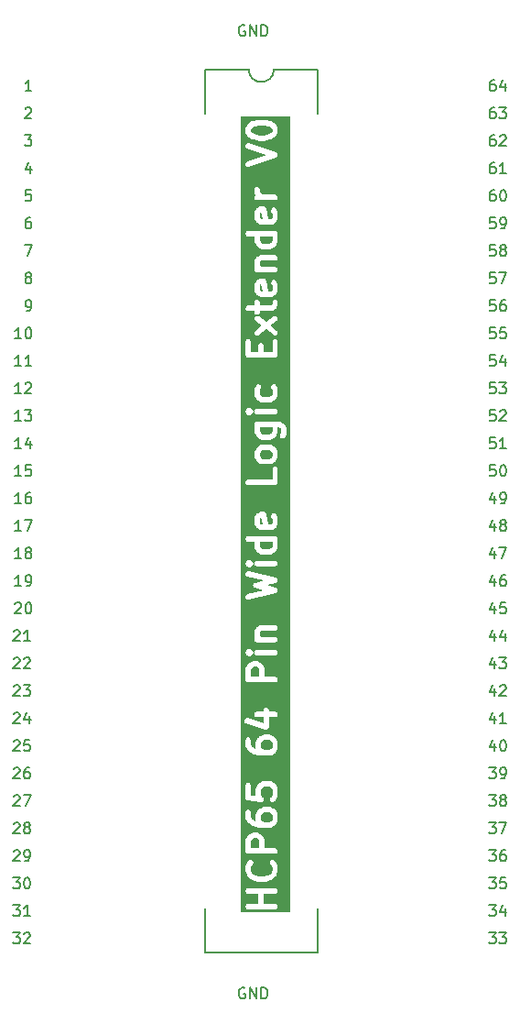
<source format=gto>
%TF.GenerationSoftware,KiCad,Pcbnew,9.0.7-9.0.7~ubuntu24.04.1*%
%TF.CreationDate,2026-01-16T07:27:37+02:00*%
%TF.ProjectId,HCP65 Wide Analyser,48435036-3520-4576-9964-6520416e616c,V0*%
%TF.SameCoordinates,Original*%
%TF.FileFunction,Legend,Top*%
%TF.FilePolarity,Positive*%
%FSLAX46Y46*%
G04 Gerber Fmt 4.6, Leading zero omitted, Abs format (unit mm)*
G04 Created by KiCad (PCBNEW 9.0.7-9.0.7~ubuntu24.04.1) date 2026-01-16 07:27:37*
%MOMM*%
%LPD*%
G01*
G04 APERTURE LIST*
%ADD10C,0.150000*%
%ADD11C,0.200000*%
%ADD12C,0.500000*%
G04 APERTURE END LIST*
D10*
X18691137Y-80009999D02*
X8232863Y-80010000D01*
X14627137Y1546137D02*
G75*
G02*
X12296863Y1546137I-1165137J0D01*
G01*
X18691137Y1546137D02*
X14627137Y1546137D01*
X8232863Y-80010000D02*
X8232863Y-75946000D01*
X18691137Y-80009999D02*
X18691136Y-75946000D01*
X18691137Y1546137D02*
X18691137Y-2517863D01*
X8232863Y1546137D02*
X8232863Y-2517863D01*
X8232863Y1546137D02*
X12296863Y1546137D01*
X35102969Y-19774819D02*
X34626779Y-19774819D01*
X34626779Y-19774819D02*
X34579160Y-20251009D01*
X34579160Y-20251009D02*
X34626779Y-20203390D01*
X34626779Y-20203390D02*
X34722017Y-20155771D01*
X34722017Y-20155771D02*
X34960112Y-20155771D01*
X34960112Y-20155771D02*
X35055350Y-20203390D01*
X35055350Y-20203390D02*
X35102969Y-20251009D01*
X35102969Y-20251009D02*
X35150588Y-20346247D01*
X35150588Y-20346247D02*
X35150588Y-20584342D01*
X35150588Y-20584342D02*
X35102969Y-20679580D01*
X35102969Y-20679580D02*
X35055350Y-20727200D01*
X35055350Y-20727200D02*
X34960112Y-20774819D01*
X34960112Y-20774819D02*
X34722017Y-20774819D01*
X34722017Y-20774819D02*
X34626779Y-20727200D01*
X34626779Y-20727200D02*
X34579160Y-20679580D01*
X36007731Y-19774819D02*
X35817255Y-19774819D01*
X35817255Y-19774819D02*
X35722017Y-19822438D01*
X35722017Y-19822438D02*
X35674398Y-19870057D01*
X35674398Y-19870057D02*
X35579160Y-20012914D01*
X35579160Y-20012914D02*
X35531541Y-20203390D01*
X35531541Y-20203390D02*
X35531541Y-20584342D01*
X35531541Y-20584342D02*
X35579160Y-20679580D01*
X35579160Y-20679580D02*
X35626779Y-20727200D01*
X35626779Y-20727200D02*
X35722017Y-20774819D01*
X35722017Y-20774819D02*
X35912493Y-20774819D01*
X35912493Y-20774819D02*
X36007731Y-20727200D01*
X36007731Y-20727200D02*
X36055350Y-20679580D01*
X36055350Y-20679580D02*
X36102969Y-20584342D01*
X36102969Y-20584342D02*
X36102969Y-20346247D01*
X36102969Y-20346247D02*
X36055350Y-20251009D01*
X36055350Y-20251009D02*
X36007731Y-20203390D01*
X36007731Y-20203390D02*
X35912493Y-20155771D01*
X35912493Y-20155771D02*
X35722017Y-20155771D01*
X35722017Y-20155771D02*
X35626779Y-20203390D01*
X35626779Y-20203390D02*
X35579160Y-20251009D01*
X35579160Y-20251009D02*
X35531541Y-20346247D01*
X35055350Y-60748152D02*
X35055350Y-61414819D01*
X34817255Y-60367200D02*
X34579160Y-61081485D01*
X34579160Y-61081485D02*
X35198207Y-61081485D01*
X35769636Y-60414819D02*
X35864874Y-60414819D01*
X35864874Y-60414819D02*
X35960112Y-60462438D01*
X35960112Y-60462438D02*
X36007731Y-60510057D01*
X36007731Y-60510057D02*
X36055350Y-60605295D01*
X36055350Y-60605295D02*
X36102969Y-60795771D01*
X36102969Y-60795771D02*
X36102969Y-61033866D01*
X36102969Y-61033866D02*
X36055350Y-61224342D01*
X36055350Y-61224342D02*
X36007731Y-61319580D01*
X36007731Y-61319580D02*
X35960112Y-61367200D01*
X35960112Y-61367200D02*
X35864874Y-61414819D01*
X35864874Y-61414819D02*
X35769636Y-61414819D01*
X35769636Y-61414819D02*
X35674398Y-61367200D01*
X35674398Y-61367200D02*
X35626779Y-61319580D01*
X35626779Y-61319580D02*
X35579160Y-61224342D01*
X35579160Y-61224342D02*
X35531541Y-61033866D01*
X35531541Y-61033866D02*
X35531541Y-60795771D01*
X35531541Y-60795771D02*
X35579160Y-60605295D01*
X35579160Y-60605295D02*
X35626779Y-60510057D01*
X35626779Y-60510057D02*
X35674398Y-60462438D01*
X35674398Y-60462438D02*
X35769636Y-60414819D01*
X-8734541Y-46174819D02*
X-9305969Y-46174819D01*
X-9020255Y-46174819D02*
X-9020255Y-45174819D01*
X-9020255Y-45174819D02*
X-9115493Y-45317676D01*
X-9115493Y-45317676D02*
X-9210731Y-45412914D01*
X-9210731Y-45412914D02*
X-9305969Y-45460533D01*
X-8258350Y-46174819D02*
X-8067874Y-46174819D01*
X-8067874Y-46174819D02*
X-7972636Y-46127200D01*
X-7972636Y-46127200D02*
X-7925017Y-46079580D01*
X-7925017Y-46079580D02*
X-7829779Y-45936723D01*
X-7829779Y-45936723D02*
X-7782160Y-45746247D01*
X-7782160Y-45746247D02*
X-7782160Y-45365295D01*
X-7782160Y-45365295D02*
X-7829779Y-45270057D01*
X-7829779Y-45270057D02*
X-7877398Y-45222438D01*
X-7877398Y-45222438D02*
X-7972636Y-45174819D01*
X-7972636Y-45174819D02*
X-8163112Y-45174819D01*
X-8163112Y-45174819D02*
X-8258350Y-45222438D01*
X-8258350Y-45222438D02*
X-8305969Y-45270057D01*
X-8305969Y-45270057D02*
X-8353588Y-45365295D01*
X-8353588Y-45365295D02*
X-8353588Y-45603390D01*
X-8353588Y-45603390D02*
X-8305969Y-45698628D01*
X-8305969Y-45698628D02*
X-8258350Y-45746247D01*
X-8258350Y-45746247D02*
X-8163112Y-45793866D01*
X-8163112Y-45793866D02*
X-7972636Y-45793866D01*
X-7972636Y-45793866D02*
X-7877398Y-45746247D01*
X-7877398Y-45746247D02*
X-7829779Y-45698628D01*
X-7829779Y-45698628D02*
X-7782160Y-45603390D01*
X-8734541Y-30934819D02*
X-9305969Y-30934819D01*
X-9020255Y-30934819D02*
X-9020255Y-29934819D01*
X-9020255Y-29934819D02*
X-9115493Y-30077676D01*
X-9115493Y-30077676D02*
X-9210731Y-30172914D01*
X-9210731Y-30172914D02*
X-9305969Y-30220533D01*
X-8401207Y-29934819D02*
X-7782160Y-29934819D01*
X-7782160Y-29934819D02*
X-8115493Y-30315771D01*
X-8115493Y-30315771D02*
X-7972636Y-30315771D01*
X-7972636Y-30315771D02*
X-7877398Y-30363390D01*
X-7877398Y-30363390D02*
X-7829779Y-30411009D01*
X-7829779Y-30411009D02*
X-7782160Y-30506247D01*
X-7782160Y-30506247D02*
X-7782160Y-30744342D01*
X-7782160Y-30744342D02*
X-7829779Y-30839580D01*
X-7829779Y-30839580D02*
X-7877398Y-30887200D01*
X-7877398Y-30887200D02*
X-7972636Y-30934819D01*
X-7972636Y-30934819D02*
X-8258350Y-30934819D01*
X-8258350Y-30934819D02*
X-8353588Y-30887200D01*
X-8353588Y-30887200D02*
X-8401207Y-30839580D01*
X-8734541Y-36014819D02*
X-9305969Y-36014819D01*
X-9020255Y-36014819D02*
X-9020255Y-35014819D01*
X-9020255Y-35014819D02*
X-9115493Y-35157676D01*
X-9115493Y-35157676D02*
X-9210731Y-35252914D01*
X-9210731Y-35252914D02*
X-9305969Y-35300533D01*
X-7829779Y-35014819D02*
X-8305969Y-35014819D01*
X-8305969Y-35014819D02*
X-8353588Y-35491009D01*
X-8353588Y-35491009D02*
X-8305969Y-35443390D01*
X-8305969Y-35443390D02*
X-8210731Y-35395771D01*
X-8210731Y-35395771D02*
X-7972636Y-35395771D01*
X-7972636Y-35395771D02*
X-7877398Y-35443390D01*
X-7877398Y-35443390D02*
X-7829779Y-35491009D01*
X-7829779Y-35491009D02*
X-7782160Y-35586247D01*
X-7782160Y-35586247D02*
X-7782160Y-35824342D01*
X-7782160Y-35824342D02*
X-7829779Y-35919580D01*
X-7829779Y-35919580D02*
X-7877398Y-35967200D01*
X-7877398Y-35967200D02*
X-7972636Y-36014819D01*
X-7972636Y-36014819D02*
X-8210731Y-36014819D01*
X-8210731Y-36014819D02*
X-8305969Y-35967200D01*
X-8305969Y-35967200D02*
X-8353588Y-35919580D01*
X-9480588Y-73114819D02*
X-8861541Y-73114819D01*
X-8861541Y-73114819D02*
X-9194874Y-73495771D01*
X-9194874Y-73495771D02*
X-9052017Y-73495771D01*
X-9052017Y-73495771D02*
X-8956779Y-73543390D01*
X-8956779Y-73543390D02*
X-8909160Y-73591009D01*
X-8909160Y-73591009D02*
X-8861541Y-73686247D01*
X-8861541Y-73686247D02*
X-8861541Y-73924342D01*
X-8861541Y-73924342D02*
X-8909160Y-74019580D01*
X-8909160Y-74019580D02*
X-8956779Y-74067200D01*
X-8956779Y-74067200D02*
X-9052017Y-74114819D01*
X-9052017Y-74114819D02*
X-9337731Y-74114819D01*
X-9337731Y-74114819D02*
X-9432969Y-74067200D01*
X-9432969Y-74067200D02*
X-9480588Y-74019580D01*
X-8242493Y-73114819D02*
X-8147255Y-73114819D01*
X-8147255Y-73114819D02*
X-8052017Y-73162438D01*
X-8052017Y-73162438D02*
X-8004398Y-73210057D01*
X-8004398Y-73210057D02*
X-7956779Y-73305295D01*
X-7956779Y-73305295D02*
X-7909160Y-73495771D01*
X-7909160Y-73495771D02*
X-7909160Y-73733866D01*
X-7909160Y-73733866D02*
X-7956779Y-73924342D01*
X-7956779Y-73924342D02*
X-8004398Y-74019580D01*
X-8004398Y-74019580D02*
X-8052017Y-74067200D01*
X-8052017Y-74067200D02*
X-8147255Y-74114819D01*
X-8147255Y-74114819D02*
X-8242493Y-74114819D01*
X-8242493Y-74114819D02*
X-8337731Y-74067200D01*
X-8337731Y-74067200D02*
X-8385350Y-74019580D01*
X-8385350Y-74019580D02*
X-8432969Y-73924342D01*
X-8432969Y-73924342D02*
X-8480588Y-73733866D01*
X-8480588Y-73733866D02*
X-8480588Y-73495771D01*
X-8480588Y-73495771D02*
X-8432969Y-73305295D01*
X-8432969Y-73305295D02*
X-8385350Y-73210057D01*
X-8385350Y-73210057D02*
X-8337731Y-73162438D01*
X-8337731Y-73162438D02*
X-8242493Y-73114819D01*
X-8734541Y-23314819D02*
X-9305969Y-23314819D01*
X-9020255Y-23314819D02*
X-9020255Y-22314819D01*
X-9020255Y-22314819D02*
X-9115493Y-22457676D01*
X-9115493Y-22457676D02*
X-9210731Y-22552914D01*
X-9210731Y-22552914D02*
X-9305969Y-22600533D01*
X-8115493Y-22314819D02*
X-8020255Y-22314819D01*
X-8020255Y-22314819D02*
X-7925017Y-22362438D01*
X-7925017Y-22362438D02*
X-7877398Y-22410057D01*
X-7877398Y-22410057D02*
X-7829779Y-22505295D01*
X-7829779Y-22505295D02*
X-7782160Y-22695771D01*
X-7782160Y-22695771D02*
X-7782160Y-22933866D01*
X-7782160Y-22933866D02*
X-7829779Y-23124342D01*
X-7829779Y-23124342D02*
X-7877398Y-23219580D01*
X-7877398Y-23219580D02*
X-7925017Y-23267200D01*
X-7925017Y-23267200D02*
X-8020255Y-23314819D01*
X-8020255Y-23314819D02*
X-8115493Y-23314819D01*
X-8115493Y-23314819D02*
X-8210731Y-23267200D01*
X-8210731Y-23267200D02*
X-8258350Y-23219580D01*
X-8258350Y-23219580D02*
X-8305969Y-23124342D01*
X-8305969Y-23124342D02*
X-8353588Y-22933866D01*
X-8353588Y-22933866D02*
X-8353588Y-22695771D01*
X-8353588Y-22695771D02*
X-8305969Y-22505295D01*
X-8305969Y-22505295D02*
X-8258350Y-22410057D01*
X-8258350Y-22410057D02*
X-8210731Y-22362438D01*
X-8210731Y-22362438D02*
X-8115493Y-22314819D01*
X35055350Y-58208152D02*
X35055350Y-58874819D01*
X34817255Y-57827200D02*
X34579160Y-58541485D01*
X34579160Y-58541485D02*
X35198207Y-58541485D01*
X36102969Y-58874819D02*
X35531541Y-58874819D01*
X35817255Y-58874819D02*
X35817255Y-57874819D01*
X35817255Y-57874819D02*
X35722017Y-58017676D01*
X35722017Y-58017676D02*
X35626779Y-58112914D01*
X35626779Y-58112914D02*
X35531541Y-58160533D01*
X34531541Y-62954819D02*
X35150588Y-62954819D01*
X35150588Y-62954819D02*
X34817255Y-63335771D01*
X34817255Y-63335771D02*
X34960112Y-63335771D01*
X34960112Y-63335771D02*
X35055350Y-63383390D01*
X35055350Y-63383390D02*
X35102969Y-63431009D01*
X35102969Y-63431009D02*
X35150588Y-63526247D01*
X35150588Y-63526247D02*
X35150588Y-63764342D01*
X35150588Y-63764342D02*
X35102969Y-63859580D01*
X35102969Y-63859580D02*
X35055350Y-63907200D01*
X35055350Y-63907200D02*
X34960112Y-63954819D01*
X34960112Y-63954819D02*
X34674398Y-63954819D01*
X34674398Y-63954819D02*
X34579160Y-63907200D01*
X34579160Y-63907200D02*
X34531541Y-63859580D01*
X35626779Y-63954819D02*
X35817255Y-63954819D01*
X35817255Y-63954819D02*
X35912493Y-63907200D01*
X35912493Y-63907200D02*
X35960112Y-63859580D01*
X35960112Y-63859580D02*
X36055350Y-63716723D01*
X36055350Y-63716723D02*
X36102969Y-63526247D01*
X36102969Y-63526247D02*
X36102969Y-63145295D01*
X36102969Y-63145295D02*
X36055350Y-63050057D01*
X36055350Y-63050057D02*
X36007731Y-63002438D01*
X36007731Y-63002438D02*
X35912493Y-62954819D01*
X35912493Y-62954819D02*
X35722017Y-62954819D01*
X35722017Y-62954819D02*
X35626779Y-63002438D01*
X35626779Y-63002438D02*
X35579160Y-63050057D01*
X35579160Y-63050057D02*
X35531541Y-63145295D01*
X35531541Y-63145295D02*
X35531541Y-63383390D01*
X35531541Y-63383390D02*
X35579160Y-63478628D01*
X35579160Y-63478628D02*
X35626779Y-63526247D01*
X35626779Y-63526247D02*
X35722017Y-63573866D01*
X35722017Y-63573866D02*
X35912493Y-63573866D01*
X35912493Y-63573866D02*
X36007731Y-63526247D01*
X36007731Y-63526247D02*
X36055350Y-63478628D01*
X36055350Y-63478628D02*
X36102969Y-63383390D01*
D11*
X11938095Y5580161D02*
X11842857Y5627780D01*
X11842857Y5627780D02*
X11700000Y5627780D01*
X11700000Y5627780D02*
X11557143Y5580161D01*
X11557143Y5580161D02*
X11461905Y5484923D01*
X11461905Y5484923D02*
X11414286Y5389685D01*
X11414286Y5389685D02*
X11366667Y5199209D01*
X11366667Y5199209D02*
X11366667Y5056352D01*
X11366667Y5056352D02*
X11414286Y4865876D01*
X11414286Y4865876D02*
X11461905Y4770638D01*
X11461905Y4770638D02*
X11557143Y4675400D01*
X11557143Y4675400D02*
X11700000Y4627780D01*
X11700000Y4627780D02*
X11795238Y4627780D01*
X11795238Y4627780D02*
X11938095Y4675400D01*
X11938095Y4675400D02*
X11985714Y4723019D01*
X11985714Y4723019D02*
X11985714Y5056352D01*
X11985714Y5056352D02*
X11795238Y5056352D01*
X12414286Y4627780D02*
X12414286Y5627780D01*
X12414286Y5627780D02*
X12985714Y4627780D01*
X12985714Y4627780D02*
X12985714Y5627780D01*
X13461905Y4627780D02*
X13461905Y5627780D01*
X13461905Y5627780D02*
X13700000Y5627780D01*
X13700000Y5627780D02*
X13842857Y5580161D01*
X13842857Y5580161D02*
X13938095Y5484923D01*
X13938095Y5484923D02*
X13985714Y5389685D01*
X13985714Y5389685D02*
X14033333Y5199209D01*
X14033333Y5199209D02*
X14033333Y5056352D01*
X14033333Y5056352D02*
X13985714Y4865876D01*
X13985714Y4865876D02*
X13938095Y4770638D01*
X13938095Y4770638D02*
X13842857Y4675400D01*
X13842857Y4675400D02*
X13700000Y4627780D01*
X13700000Y4627780D02*
X13461905Y4627780D01*
D10*
X-9305969Y-47810057D02*
X-9258350Y-47762438D01*
X-9258350Y-47762438D02*
X-9163112Y-47714819D01*
X-9163112Y-47714819D02*
X-8925017Y-47714819D01*
X-8925017Y-47714819D02*
X-8829779Y-47762438D01*
X-8829779Y-47762438D02*
X-8782160Y-47810057D01*
X-8782160Y-47810057D02*
X-8734541Y-47905295D01*
X-8734541Y-47905295D02*
X-8734541Y-48000533D01*
X-8734541Y-48000533D02*
X-8782160Y-48143390D01*
X-8782160Y-48143390D02*
X-9353588Y-48714819D01*
X-9353588Y-48714819D02*
X-8734541Y-48714819D01*
X-8115493Y-47714819D02*
X-8020255Y-47714819D01*
X-8020255Y-47714819D02*
X-7925017Y-47762438D01*
X-7925017Y-47762438D02*
X-7877398Y-47810057D01*
X-7877398Y-47810057D02*
X-7829779Y-47905295D01*
X-7829779Y-47905295D02*
X-7782160Y-48095771D01*
X-7782160Y-48095771D02*
X-7782160Y-48333866D01*
X-7782160Y-48333866D02*
X-7829779Y-48524342D01*
X-7829779Y-48524342D02*
X-7877398Y-48619580D01*
X-7877398Y-48619580D02*
X-7925017Y-48667200D01*
X-7925017Y-48667200D02*
X-8020255Y-48714819D01*
X-8020255Y-48714819D02*
X-8115493Y-48714819D01*
X-8115493Y-48714819D02*
X-8210731Y-48667200D01*
X-8210731Y-48667200D02*
X-8258350Y-48619580D01*
X-8258350Y-48619580D02*
X-8305969Y-48524342D01*
X-8305969Y-48524342D02*
X-8353588Y-48333866D01*
X-8353588Y-48333866D02*
X-8353588Y-48095771D01*
X-8353588Y-48095771D02*
X-8305969Y-47905295D01*
X-8305969Y-47905295D02*
X-8258350Y-47810057D01*
X-8258350Y-47810057D02*
X-8210731Y-47762438D01*
X-8210731Y-47762438D02*
X-8115493Y-47714819D01*
X-7782160Y-454819D02*
X-8353588Y-454819D01*
X-8067874Y-454819D02*
X-8067874Y545180D01*
X-8067874Y545180D02*
X-8163112Y402323D01*
X-8163112Y402323D02*
X-8258350Y307085D01*
X-8258350Y307085D02*
X-8353588Y259466D01*
X35055350Y-40428152D02*
X35055350Y-41094819D01*
X34817255Y-40047200D02*
X34579160Y-40761485D01*
X34579160Y-40761485D02*
X35198207Y-40761485D01*
X35722017Y-40523390D02*
X35626779Y-40475771D01*
X35626779Y-40475771D02*
X35579160Y-40428152D01*
X35579160Y-40428152D02*
X35531541Y-40332914D01*
X35531541Y-40332914D02*
X35531541Y-40285295D01*
X35531541Y-40285295D02*
X35579160Y-40190057D01*
X35579160Y-40190057D02*
X35626779Y-40142438D01*
X35626779Y-40142438D02*
X35722017Y-40094819D01*
X35722017Y-40094819D02*
X35912493Y-40094819D01*
X35912493Y-40094819D02*
X36007731Y-40142438D01*
X36007731Y-40142438D02*
X36055350Y-40190057D01*
X36055350Y-40190057D02*
X36102969Y-40285295D01*
X36102969Y-40285295D02*
X36102969Y-40332914D01*
X36102969Y-40332914D02*
X36055350Y-40428152D01*
X36055350Y-40428152D02*
X36007731Y-40475771D01*
X36007731Y-40475771D02*
X35912493Y-40523390D01*
X35912493Y-40523390D02*
X35722017Y-40523390D01*
X35722017Y-40523390D02*
X35626779Y-40571009D01*
X35626779Y-40571009D02*
X35579160Y-40618628D01*
X35579160Y-40618628D02*
X35531541Y-40713866D01*
X35531541Y-40713866D02*
X35531541Y-40904342D01*
X35531541Y-40904342D02*
X35579160Y-40999580D01*
X35579160Y-40999580D02*
X35626779Y-41047200D01*
X35626779Y-41047200D02*
X35722017Y-41094819D01*
X35722017Y-41094819D02*
X35912493Y-41094819D01*
X35912493Y-41094819D02*
X36007731Y-41047200D01*
X36007731Y-41047200D02*
X36055350Y-40999580D01*
X36055350Y-40999580D02*
X36102969Y-40904342D01*
X36102969Y-40904342D02*
X36102969Y-40713866D01*
X36102969Y-40713866D02*
X36055350Y-40618628D01*
X36055350Y-40618628D02*
X36007731Y-40571009D01*
X36007731Y-40571009D02*
X35912493Y-40523390D01*
X35102969Y-32474819D02*
X34626779Y-32474819D01*
X34626779Y-32474819D02*
X34579160Y-32951009D01*
X34579160Y-32951009D02*
X34626779Y-32903390D01*
X34626779Y-32903390D02*
X34722017Y-32855771D01*
X34722017Y-32855771D02*
X34960112Y-32855771D01*
X34960112Y-32855771D02*
X35055350Y-32903390D01*
X35055350Y-32903390D02*
X35102969Y-32951009D01*
X35102969Y-32951009D02*
X35150588Y-33046247D01*
X35150588Y-33046247D02*
X35150588Y-33284342D01*
X35150588Y-33284342D02*
X35102969Y-33379580D01*
X35102969Y-33379580D02*
X35055350Y-33427200D01*
X35055350Y-33427200D02*
X34960112Y-33474819D01*
X34960112Y-33474819D02*
X34722017Y-33474819D01*
X34722017Y-33474819D02*
X34626779Y-33427200D01*
X34626779Y-33427200D02*
X34579160Y-33379580D01*
X36102969Y-33474819D02*
X35531541Y-33474819D01*
X35817255Y-33474819D02*
X35817255Y-32474819D01*
X35817255Y-32474819D02*
X35722017Y-32617676D01*
X35722017Y-32617676D02*
X35626779Y-32712914D01*
X35626779Y-32712914D02*
X35531541Y-32760533D01*
X35102969Y-24854819D02*
X34626779Y-24854819D01*
X34626779Y-24854819D02*
X34579160Y-25331009D01*
X34579160Y-25331009D02*
X34626779Y-25283390D01*
X34626779Y-25283390D02*
X34722017Y-25235771D01*
X34722017Y-25235771D02*
X34960112Y-25235771D01*
X34960112Y-25235771D02*
X35055350Y-25283390D01*
X35055350Y-25283390D02*
X35102969Y-25331009D01*
X35102969Y-25331009D02*
X35150588Y-25426247D01*
X35150588Y-25426247D02*
X35150588Y-25664342D01*
X35150588Y-25664342D02*
X35102969Y-25759580D01*
X35102969Y-25759580D02*
X35055350Y-25807200D01*
X35055350Y-25807200D02*
X34960112Y-25854819D01*
X34960112Y-25854819D02*
X34722017Y-25854819D01*
X34722017Y-25854819D02*
X34626779Y-25807200D01*
X34626779Y-25807200D02*
X34579160Y-25759580D01*
X36007731Y-25188152D02*
X36007731Y-25854819D01*
X35769636Y-24807200D02*
X35531541Y-25521485D01*
X35531541Y-25521485D02*
X36150588Y-25521485D01*
X35102969Y-14694819D02*
X34626779Y-14694819D01*
X34626779Y-14694819D02*
X34579160Y-15171009D01*
X34579160Y-15171009D02*
X34626779Y-15123390D01*
X34626779Y-15123390D02*
X34722017Y-15075771D01*
X34722017Y-15075771D02*
X34960112Y-15075771D01*
X34960112Y-15075771D02*
X35055350Y-15123390D01*
X35055350Y-15123390D02*
X35102969Y-15171009D01*
X35102969Y-15171009D02*
X35150588Y-15266247D01*
X35150588Y-15266247D02*
X35150588Y-15504342D01*
X35150588Y-15504342D02*
X35102969Y-15599580D01*
X35102969Y-15599580D02*
X35055350Y-15647200D01*
X35055350Y-15647200D02*
X34960112Y-15694819D01*
X34960112Y-15694819D02*
X34722017Y-15694819D01*
X34722017Y-15694819D02*
X34626779Y-15647200D01*
X34626779Y-15647200D02*
X34579160Y-15599580D01*
X35722017Y-15123390D02*
X35626779Y-15075771D01*
X35626779Y-15075771D02*
X35579160Y-15028152D01*
X35579160Y-15028152D02*
X35531541Y-14932914D01*
X35531541Y-14932914D02*
X35531541Y-14885295D01*
X35531541Y-14885295D02*
X35579160Y-14790057D01*
X35579160Y-14790057D02*
X35626779Y-14742438D01*
X35626779Y-14742438D02*
X35722017Y-14694819D01*
X35722017Y-14694819D02*
X35912493Y-14694819D01*
X35912493Y-14694819D02*
X36007731Y-14742438D01*
X36007731Y-14742438D02*
X36055350Y-14790057D01*
X36055350Y-14790057D02*
X36102969Y-14885295D01*
X36102969Y-14885295D02*
X36102969Y-14932914D01*
X36102969Y-14932914D02*
X36055350Y-15028152D01*
X36055350Y-15028152D02*
X36007731Y-15075771D01*
X36007731Y-15075771D02*
X35912493Y-15123390D01*
X35912493Y-15123390D02*
X35722017Y-15123390D01*
X35722017Y-15123390D02*
X35626779Y-15171009D01*
X35626779Y-15171009D02*
X35579160Y-15218628D01*
X35579160Y-15218628D02*
X35531541Y-15313866D01*
X35531541Y-15313866D02*
X35531541Y-15504342D01*
X35531541Y-15504342D02*
X35579160Y-15599580D01*
X35579160Y-15599580D02*
X35626779Y-15647200D01*
X35626779Y-15647200D02*
X35722017Y-15694819D01*
X35722017Y-15694819D02*
X35912493Y-15694819D01*
X35912493Y-15694819D02*
X36007731Y-15647200D01*
X36007731Y-15647200D02*
X36055350Y-15599580D01*
X36055350Y-15599580D02*
X36102969Y-15504342D01*
X36102969Y-15504342D02*
X36102969Y-15313866D01*
X36102969Y-15313866D02*
X36055350Y-15218628D01*
X36055350Y-15218628D02*
X36007731Y-15171009D01*
X36007731Y-15171009D02*
X35912493Y-15123390D01*
X-9432969Y-50350057D02*
X-9385350Y-50302438D01*
X-9385350Y-50302438D02*
X-9290112Y-50254819D01*
X-9290112Y-50254819D02*
X-9052017Y-50254819D01*
X-9052017Y-50254819D02*
X-8956779Y-50302438D01*
X-8956779Y-50302438D02*
X-8909160Y-50350057D01*
X-8909160Y-50350057D02*
X-8861541Y-50445295D01*
X-8861541Y-50445295D02*
X-8861541Y-50540533D01*
X-8861541Y-50540533D02*
X-8909160Y-50683390D01*
X-8909160Y-50683390D02*
X-9480588Y-51254819D01*
X-9480588Y-51254819D02*
X-8861541Y-51254819D01*
X-7909160Y-51254819D02*
X-8480588Y-51254819D01*
X-8194874Y-51254819D02*
X-8194874Y-50254819D01*
X-8194874Y-50254819D02*
X-8290112Y-50397676D01*
X-8290112Y-50397676D02*
X-8385350Y-50492914D01*
X-8385350Y-50492914D02*
X-8480588Y-50540533D01*
X-8734541Y-25854819D02*
X-9305969Y-25854819D01*
X-9020255Y-25854819D02*
X-9020255Y-24854819D01*
X-9020255Y-24854819D02*
X-9115493Y-24997676D01*
X-9115493Y-24997676D02*
X-9210731Y-25092914D01*
X-9210731Y-25092914D02*
X-9305969Y-25140533D01*
X-7782160Y-25854819D02*
X-8353588Y-25854819D01*
X-8067874Y-25854819D02*
X-8067874Y-24854819D01*
X-8067874Y-24854819D02*
X-8163112Y-24997676D01*
X-8163112Y-24997676D02*
X-8258350Y-25092914D01*
X-8258350Y-25092914D02*
X-8353588Y-25140533D01*
X35055350Y-50588152D02*
X35055350Y-51254819D01*
X34817255Y-50207200D02*
X34579160Y-50921485D01*
X34579160Y-50921485D02*
X35198207Y-50921485D01*
X36007731Y-50588152D02*
X36007731Y-51254819D01*
X35769636Y-50207200D02*
X35531541Y-50921485D01*
X35531541Y-50921485D02*
X36150588Y-50921485D01*
X35055350Y-7074819D02*
X34864874Y-7074819D01*
X34864874Y-7074819D02*
X34769636Y-7122438D01*
X34769636Y-7122438D02*
X34722017Y-7170057D01*
X34722017Y-7170057D02*
X34626779Y-7312914D01*
X34626779Y-7312914D02*
X34579160Y-7503390D01*
X34579160Y-7503390D02*
X34579160Y-7884342D01*
X34579160Y-7884342D02*
X34626779Y-7979580D01*
X34626779Y-7979580D02*
X34674398Y-8027200D01*
X34674398Y-8027200D02*
X34769636Y-8074819D01*
X34769636Y-8074819D02*
X34960112Y-8074819D01*
X34960112Y-8074819D02*
X35055350Y-8027200D01*
X35055350Y-8027200D02*
X35102969Y-7979580D01*
X35102969Y-7979580D02*
X35150588Y-7884342D01*
X35150588Y-7884342D02*
X35150588Y-7646247D01*
X35150588Y-7646247D02*
X35102969Y-7551009D01*
X35102969Y-7551009D02*
X35055350Y-7503390D01*
X35055350Y-7503390D02*
X34960112Y-7455771D01*
X34960112Y-7455771D02*
X34769636Y-7455771D01*
X34769636Y-7455771D02*
X34674398Y-7503390D01*
X34674398Y-7503390D02*
X34626779Y-7551009D01*
X34626779Y-7551009D02*
X34579160Y-7646247D01*
X36102969Y-8074819D02*
X35531541Y-8074819D01*
X35817255Y-8074819D02*
X35817255Y-7074819D01*
X35817255Y-7074819D02*
X35722017Y-7217676D01*
X35722017Y-7217676D02*
X35626779Y-7312914D01*
X35626779Y-7312914D02*
X35531541Y-7360533D01*
D12*
G36*
X13165022Y-69531842D02*
G01*
X13226696Y-69593516D01*
X13301208Y-69742537D01*
X13301208Y-70385902D01*
X12491684Y-70385902D01*
X12491684Y-69742539D01*
X12566195Y-69593517D01*
X12627870Y-69531842D01*
X12776892Y-69457331D01*
X13016000Y-69457331D01*
X13165022Y-69531842D01*
G37*
G36*
X14355498Y-67150889D02*
G01*
X14417173Y-67212563D01*
X14491684Y-67361585D01*
X14491684Y-67719743D01*
X14417173Y-67868764D01*
X14355500Y-67930438D01*
X14206476Y-68004950D01*
X13729273Y-68004950D01*
X13580251Y-67930439D01*
X13518576Y-67868764D01*
X13444065Y-67719742D01*
X13444065Y-67361587D01*
X13518577Y-67212563D01*
X13580250Y-67150889D01*
X13729273Y-67076379D01*
X14206477Y-67076379D01*
X14355498Y-67150889D01*
G37*
G36*
X14355498Y-60484223D02*
G01*
X14417173Y-60545897D01*
X14491684Y-60694919D01*
X14491684Y-61053077D01*
X14417173Y-61202098D01*
X14355500Y-61263772D01*
X14206476Y-61338284D01*
X13729273Y-61338284D01*
X13580251Y-61263773D01*
X13518576Y-61202098D01*
X13444065Y-61053076D01*
X13444065Y-60694921D01*
X13518577Y-60545897D01*
X13580250Y-60484223D01*
X13729273Y-60409713D01*
X14206477Y-60409713D01*
X14355498Y-60484223D01*
G37*
G36*
X13165022Y-53698510D02*
G01*
X13226696Y-53760184D01*
X13301208Y-53909205D01*
X13301208Y-54552570D01*
X12491684Y-54552570D01*
X12491684Y-53909207D01*
X12566195Y-53760185D01*
X12627870Y-53698510D01*
X12776892Y-53623999D01*
X13016000Y-53623999D01*
X13165022Y-53698510D01*
G37*
G36*
X14491684Y-42123491D02*
G01*
X14491684Y-42481649D01*
X14417173Y-42630670D01*
X14355500Y-42692344D01*
X14206476Y-42766856D01*
X13610225Y-42766856D01*
X13461200Y-42692343D01*
X13399528Y-42630671D01*
X13325017Y-42481648D01*
X13325017Y-42123493D01*
X13348574Y-42076380D01*
X14468128Y-42076380D01*
X14491684Y-42123491D01*
G37*
G36*
X13603400Y-40504951D02*
G01*
X13491177Y-40504951D01*
X13380403Y-40449563D01*
X13325017Y-40338790D01*
X13325017Y-39980635D01*
X13380404Y-39869860D01*
X13467657Y-39826234D01*
X13603400Y-40504951D01*
G37*
G36*
X14355500Y-33698510D02*
G01*
X14417173Y-33760183D01*
X14491684Y-33909205D01*
X14491684Y-34148315D01*
X14417173Y-34297336D01*
X14355500Y-34359010D01*
X14206476Y-34433522D01*
X13610225Y-34433522D01*
X13461200Y-34359009D01*
X13399528Y-34297337D01*
X13325017Y-34148314D01*
X13325017Y-33909206D01*
X13399529Y-33760181D01*
X13461200Y-33698510D01*
X13610225Y-33623998D01*
X14206476Y-33623998D01*
X14355500Y-33698510D01*
G37*
G36*
X14491684Y-31528252D02*
G01*
X14491684Y-31886410D01*
X14417173Y-32035431D01*
X14355500Y-32097105D01*
X14206476Y-32171617D01*
X13610225Y-32171617D01*
X13461200Y-32097104D01*
X13399528Y-32035432D01*
X13325017Y-31886409D01*
X13325017Y-31528254D01*
X13348574Y-31481141D01*
X14468128Y-31481141D01*
X14491684Y-31528252D01*
G37*
G36*
X13603400Y-18957331D02*
G01*
X13491177Y-18957331D01*
X13380403Y-18901943D01*
X13325017Y-18791170D01*
X13325017Y-18433015D01*
X13380404Y-18322240D01*
X13467657Y-18278614D01*
X13603400Y-18957331D01*
G37*
G36*
X14491684Y-13909204D02*
G01*
X14491684Y-14267362D01*
X14417173Y-14416383D01*
X14355500Y-14478057D01*
X14206476Y-14552569D01*
X13610225Y-14552569D01*
X13461200Y-14478056D01*
X13399528Y-14416384D01*
X13325017Y-14267361D01*
X13325017Y-13909206D01*
X13348574Y-13862093D01*
X14468128Y-13862093D01*
X14491684Y-13909204D01*
G37*
G36*
X13603400Y-12290664D02*
G01*
X13491177Y-12290664D01*
X13380403Y-12235276D01*
X13325017Y-12124503D01*
X13325017Y-11766348D01*
X13380404Y-11655573D01*
X13467657Y-11611947D01*
X13603400Y-12290664D01*
G37*
G36*
X14178236Y-3728925D02*
G01*
X14355500Y-3817557D01*
X14417173Y-3879230D01*
X14491684Y-4028252D01*
X14491684Y-4148314D01*
X14417173Y-4297336D01*
X14355498Y-4359010D01*
X14178238Y-4447640D01*
X13758525Y-4552569D01*
X13224840Y-4552569D01*
X12805130Y-4447640D01*
X12627869Y-4359010D01*
X12566196Y-4297337D01*
X12491684Y-4148313D01*
X12491684Y-4028253D01*
X12566195Y-3879230D01*
X12627870Y-3817556D01*
X12805130Y-3728925D01*
X13224842Y-3623998D01*
X13758525Y-3623998D01*
X14178236Y-3728925D01*
G37*
G36*
X16102795Y-76282728D02*
G01*
X11596822Y-76282728D01*
X11596822Y-74277606D01*
X11996488Y-74277606D01*
X11996488Y-74375152D01*
X12033817Y-74465272D01*
X12102791Y-74534246D01*
X12192911Y-74571575D01*
X12241684Y-74576379D01*
X13182160Y-74576379D01*
X13182160Y-75504950D01*
X12241684Y-75504950D01*
X12192911Y-75509754D01*
X12102791Y-75547083D01*
X12033817Y-75616057D01*
X11996488Y-75706177D01*
X11996488Y-75803723D01*
X12033817Y-75893843D01*
X12102791Y-75962817D01*
X12192911Y-76000146D01*
X12241684Y-76004950D01*
X14741684Y-76004950D01*
X14790457Y-76000146D01*
X14880577Y-75962817D01*
X14949551Y-75893843D01*
X14986880Y-75803723D01*
X14986880Y-75706177D01*
X14949551Y-75616057D01*
X14880577Y-75547083D01*
X14790457Y-75509754D01*
X14741684Y-75504950D01*
X13682160Y-75504950D01*
X13682160Y-74576379D01*
X14741684Y-74576379D01*
X14790457Y-74571575D01*
X14880577Y-74534246D01*
X14949551Y-74465272D01*
X14986880Y-74375152D01*
X14986880Y-74277606D01*
X14949551Y-74187486D01*
X14880577Y-74118512D01*
X14790457Y-74081183D01*
X14741684Y-74076379D01*
X12241684Y-74076379D01*
X12192911Y-74081183D01*
X12102791Y-74118512D01*
X12033817Y-74187486D01*
X11996488Y-74277606D01*
X11596822Y-74277606D01*
X11596822Y-72183521D01*
X11991684Y-72183521D01*
X11991684Y-72421617D01*
X11994115Y-72446298D01*
X11993647Y-72452885D01*
X11995617Y-72461550D01*
X11996488Y-72470390D01*
X11999013Y-72476487D01*
X12004513Y-72500674D01*
X12123561Y-72857817D01*
X12143542Y-72902568D01*
X12149428Y-72909354D01*
X12152865Y-72917652D01*
X12183955Y-72955537D01*
X12422050Y-73193632D01*
X12441222Y-73209366D01*
X12445548Y-73214353D01*
X12453068Y-73219087D01*
X12459935Y-73224722D01*
X12466031Y-73227247D01*
X12487024Y-73240462D01*
X12725119Y-73359509D01*
X12728686Y-73360874D01*
X12730136Y-73361948D01*
X12750609Y-73369263D01*
X12770891Y-73377024D01*
X12772687Y-73377151D01*
X12776288Y-73378438D01*
X13252479Y-73497486D01*
X13260937Y-73498736D01*
X13264340Y-73500146D01*
X13282705Y-73501954D01*
X13300961Y-73504654D01*
X13304604Y-73504111D01*
X13313113Y-73504950D01*
X13670256Y-73504950D01*
X13678764Y-73504111D01*
X13682408Y-73504654D01*
X13700663Y-73501954D01*
X13719029Y-73500146D01*
X13722431Y-73498736D01*
X13730890Y-73497486D01*
X14207081Y-73378437D01*
X14210677Y-73377151D01*
X14212477Y-73377024D01*
X14232769Y-73369258D01*
X14253232Y-73361948D01*
X14254681Y-73360874D01*
X14258249Y-73359509D01*
X14496344Y-73240462D01*
X14517330Y-73227250D01*
X14523433Y-73224723D01*
X14530305Y-73219082D01*
X14537819Y-73214353D01*
X14542141Y-73209369D01*
X14561317Y-73193632D01*
X14799413Y-72955537D01*
X14830504Y-72917652D01*
X14833940Y-72909354D01*
X14839827Y-72902568D01*
X14859808Y-72857817D01*
X14978855Y-72500673D01*
X14984353Y-72476488D01*
X14986880Y-72470390D01*
X14987750Y-72461548D01*
X14989721Y-72452884D01*
X14989252Y-72446298D01*
X14991684Y-72421617D01*
X14991684Y-72183521D01*
X14989252Y-72158839D01*
X14989721Y-72152254D01*
X14987750Y-72143589D01*
X14986880Y-72134748D01*
X14984353Y-72128649D01*
X14978855Y-72104465D01*
X14859808Y-71747322D01*
X14839827Y-71702571D01*
X14833940Y-71695784D01*
X14830504Y-71687487D01*
X14799413Y-71649602D01*
X14680366Y-71530554D01*
X14642481Y-71499464D01*
X14552361Y-71462135D01*
X14454817Y-71462135D01*
X14364697Y-71499464D01*
X14295722Y-71568439D01*
X14258393Y-71658559D01*
X14258393Y-71756103D01*
X14295722Y-71846223D01*
X14326812Y-71884108D01*
X14404128Y-71961423D01*
X14491684Y-72224090D01*
X14491684Y-72381047D01*
X14404128Y-72643715D01*
X14236452Y-72811390D01*
X14059190Y-72900021D01*
X13639478Y-73004950D01*
X13343888Y-73004950D01*
X12924178Y-72900021D01*
X12746917Y-72811391D01*
X12579239Y-72643713D01*
X12491684Y-72381046D01*
X12491684Y-72224091D01*
X12579240Y-71961423D01*
X12656557Y-71884107D01*
X12687647Y-71846222D01*
X12724976Y-71756102D01*
X12724975Y-71658558D01*
X12687646Y-71568438D01*
X12618670Y-71499463D01*
X12528550Y-71462134D01*
X12431006Y-71462135D01*
X12340886Y-71499464D01*
X12303002Y-71530555D01*
X12183955Y-71649603D01*
X12152864Y-71687488D01*
X12149427Y-71695785D01*
X12143542Y-71702571D01*
X12123561Y-71747322D01*
X12004513Y-72104464D01*
X11999013Y-72128650D01*
X11996488Y-72134748D01*
X11995617Y-72143587D01*
X11993647Y-72152253D01*
X11994115Y-72158839D01*
X11991684Y-72183521D01*
X11596822Y-72183521D01*
X11596822Y-69683521D01*
X11991684Y-69683521D01*
X11991684Y-70635902D01*
X11996488Y-70684675D01*
X12033817Y-70774795D01*
X12102791Y-70843769D01*
X12192911Y-70881098D01*
X12241684Y-70885902D01*
X14741684Y-70885902D01*
X14790457Y-70881098D01*
X14880577Y-70843769D01*
X14949551Y-70774795D01*
X14986880Y-70684675D01*
X14986880Y-70587129D01*
X14949551Y-70497009D01*
X14880577Y-70428035D01*
X14790457Y-70390706D01*
X14741684Y-70385902D01*
X13801208Y-70385902D01*
X13801208Y-69683521D01*
X13796404Y-69634748D01*
X13792966Y-69626449D01*
X13792330Y-69617490D01*
X13774815Y-69571718D01*
X13655767Y-69333622D01*
X13642554Y-69312633D01*
X13640028Y-69306534D01*
X13634390Y-69299664D01*
X13629658Y-69292147D01*
X13624672Y-69287823D01*
X13608937Y-69268649D01*
X13489890Y-69149602D01*
X13470717Y-69133867D01*
X13466392Y-69128881D01*
X13458871Y-69124146D01*
X13452005Y-69118512D01*
X13445908Y-69115986D01*
X13424916Y-69102772D01*
X13186820Y-68983724D01*
X13141048Y-68966209D01*
X13132088Y-68965572D01*
X13123790Y-68962135D01*
X13075017Y-68957331D01*
X12717875Y-68957331D01*
X12669102Y-68962135D01*
X12660803Y-68965572D01*
X12651844Y-68966209D01*
X12606071Y-68983724D01*
X12367976Y-69102772D01*
X12346987Y-69115984D01*
X12340887Y-69118511D01*
X12334016Y-69124149D01*
X12326500Y-69128881D01*
X12322176Y-69133866D01*
X12303002Y-69149602D01*
X12183955Y-69268649D01*
X12168223Y-69287818D01*
X12163234Y-69292146D01*
X12158497Y-69299670D01*
X12152865Y-69306534D01*
X12150340Y-69312629D01*
X12137126Y-69333622D01*
X12018077Y-69571717D01*
X12000562Y-69617490D01*
X11999925Y-69626449D01*
X11996488Y-69634748D01*
X11991684Y-69683521D01*
X11596822Y-69683521D01*
X11596822Y-67064474D01*
X11991684Y-67064474D01*
X11991684Y-67540664D01*
X11996488Y-67589437D01*
X11999925Y-67597735D01*
X12000562Y-67606695D01*
X12018077Y-67652467D01*
X12137125Y-67890563D01*
X12150339Y-67911555D01*
X12152865Y-67917652D01*
X12158499Y-67924518D01*
X12163234Y-67932039D01*
X12168220Y-67936364D01*
X12183955Y-67955537D01*
X12303002Y-68074584D01*
X12303139Y-68074696D01*
X12303187Y-68074768D01*
X12321881Y-68090077D01*
X12340887Y-68105675D01*
X12340967Y-68105708D01*
X12341104Y-68105820D01*
X12698247Y-68343915D01*
X12725173Y-68358271D01*
X12730136Y-68361948D01*
X12735999Y-68364042D01*
X12741493Y-68366972D01*
X12747551Y-68368170D01*
X12776288Y-68378438D01*
X13252479Y-68497486D01*
X13260937Y-68498736D01*
X13264340Y-68500146D01*
X13282705Y-68501954D01*
X13300961Y-68504654D01*
X13304604Y-68504111D01*
X13313113Y-68504950D01*
X14265494Y-68504950D01*
X14314267Y-68500146D01*
X14322565Y-68496708D01*
X14331525Y-68496072D01*
X14377298Y-68478557D01*
X14615393Y-68359508D01*
X14636382Y-68346295D01*
X14642480Y-68343770D01*
X14649344Y-68338136D01*
X14656869Y-68333400D01*
X14661197Y-68328409D01*
X14680365Y-68312679D01*
X14799413Y-68193632D01*
X14815147Y-68174459D01*
X14820135Y-68170134D01*
X14824867Y-68162615D01*
X14830504Y-68155748D01*
X14833030Y-68149648D01*
X14846244Y-68128658D01*
X14965291Y-67890563D01*
X14982806Y-67844791D01*
X14983442Y-67835831D01*
X14986880Y-67827533D01*
X14991684Y-67778760D01*
X14991684Y-67302569D01*
X14986880Y-67253796D01*
X14983442Y-67245497D01*
X14982806Y-67236538D01*
X14965291Y-67190766D01*
X14846244Y-66952671D01*
X14833029Y-66931678D01*
X14830504Y-66925582D01*
X14824869Y-66918716D01*
X14820135Y-66911195D01*
X14815146Y-66906868D01*
X14799413Y-66887697D01*
X14680366Y-66768649D01*
X14661189Y-66752912D01*
X14656867Y-66747928D01*
X14649349Y-66743195D01*
X14642481Y-66737559D01*
X14636383Y-66735033D01*
X14615392Y-66721819D01*
X14377297Y-66602772D01*
X14331525Y-66585257D01*
X14322565Y-66584620D01*
X14314267Y-66581183D01*
X14265494Y-66576379D01*
X13670256Y-66576379D01*
X13621483Y-66581183D01*
X13613184Y-66584620D01*
X13604226Y-66585257D01*
X13558453Y-66602772D01*
X13320357Y-66721819D01*
X13299365Y-66735032D01*
X13293267Y-66737559D01*
X13286400Y-66743193D01*
X13278882Y-66747927D01*
X13274555Y-66752914D01*
X13255383Y-66768650D01*
X13136336Y-66887698D01*
X13120605Y-66906865D01*
X13115615Y-66911194D01*
X13110878Y-66918718D01*
X13105245Y-66925583D01*
X13102719Y-66931680D01*
X13089507Y-66952670D01*
X12970458Y-67190765D01*
X12952943Y-67236538D01*
X12952306Y-67245497D01*
X12948869Y-67253796D01*
X12944065Y-67302569D01*
X12944065Y-67778760D01*
X12948869Y-67827533D01*
X12952306Y-67835831D01*
X12952943Y-67844791D01*
X12970458Y-67890564D01*
X12982473Y-67914595D01*
X12939566Y-67903868D01*
X12639051Y-67703525D01*
X12566195Y-67630669D01*
X12491684Y-67481646D01*
X12491684Y-67064474D01*
X12486880Y-67015701D01*
X12449551Y-66925581D01*
X12380577Y-66856607D01*
X12290457Y-66819278D01*
X12192911Y-66819278D01*
X12102791Y-66856607D01*
X12033817Y-66925581D01*
X11996488Y-67015701D01*
X11991684Y-67064474D01*
X11596822Y-67064474D01*
X11596822Y-64564474D01*
X11991684Y-64564474D01*
X11991684Y-65754950D01*
X11993461Y-65772992D01*
X11992852Y-65779083D01*
X11994647Y-65785032D01*
X11996488Y-65803723D01*
X12010472Y-65837484D01*
X12021028Y-65872470D01*
X12028999Y-65882213D01*
X12033817Y-65893843D01*
X12059657Y-65919683D01*
X12082797Y-65947965D01*
X12093889Y-65953915D01*
X12102791Y-65962817D01*
X12136553Y-65976801D01*
X12168755Y-65994076D01*
X12187168Y-65997767D01*
X12192911Y-66000146D01*
X12199034Y-66000146D01*
X12216808Y-66003709D01*
X13407284Y-66122757D01*
X13456293Y-66122830D01*
X13468341Y-66119194D01*
X13480931Y-66119195D01*
X13514695Y-66105209D01*
X13549680Y-66094654D01*
X13559422Y-66086682D01*
X13571051Y-66081866D01*
X13596889Y-66056027D01*
X13625175Y-66032885D01*
X13631125Y-66021792D01*
X13640027Y-66012891D01*
X13654011Y-65979128D01*
X13671286Y-65946927D01*
X13672538Y-65934400D01*
X13677356Y-65922771D01*
X13677356Y-65886228D01*
X13680993Y-65849865D01*
X13677356Y-65837813D01*
X13677357Y-65825227D01*
X13663372Y-65791465D01*
X13652816Y-65756478D01*
X13644844Y-65746734D01*
X13640028Y-65735107D01*
X13608938Y-65697222D01*
X13518577Y-65606861D01*
X13444065Y-65457837D01*
X13444065Y-64980635D01*
X13518577Y-64831611D01*
X13580250Y-64769937D01*
X13729273Y-64695427D01*
X14206477Y-64695427D01*
X14355498Y-64769937D01*
X14417173Y-64831611D01*
X14491684Y-64980633D01*
X14491684Y-65457838D01*
X14417173Y-65606860D01*
X14326812Y-65697221D01*
X14295722Y-65735106D01*
X14258393Y-65825226D01*
X14258393Y-65922770D01*
X14295722Y-66012890D01*
X14364697Y-66081865D01*
X14454817Y-66119194D01*
X14552361Y-66119194D01*
X14642481Y-66081865D01*
X14680366Y-66050775D01*
X14799413Y-65931727D01*
X14815146Y-65912555D01*
X14820135Y-65908229D01*
X14824869Y-65900707D01*
X14830504Y-65893842D01*
X14833029Y-65887745D01*
X14846244Y-65866753D01*
X14965291Y-65628658D01*
X14982806Y-65582886D01*
X14983442Y-65573926D01*
X14986880Y-65565628D01*
X14991684Y-65516855D01*
X14991684Y-64921617D01*
X14986880Y-64872844D01*
X14983442Y-64864545D01*
X14982806Y-64855586D01*
X14965291Y-64809814D01*
X14846244Y-64571719D01*
X14833029Y-64550726D01*
X14830504Y-64544630D01*
X14824869Y-64537764D01*
X14820135Y-64530243D01*
X14815146Y-64525916D01*
X14799413Y-64506745D01*
X14680366Y-64387697D01*
X14661189Y-64371960D01*
X14656867Y-64366976D01*
X14649349Y-64362243D01*
X14642481Y-64356607D01*
X14636383Y-64354081D01*
X14615392Y-64340867D01*
X14377297Y-64221820D01*
X14331525Y-64204305D01*
X14322565Y-64203668D01*
X14314267Y-64200231D01*
X14265494Y-64195427D01*
X13670256Y-64195427D01*
X13621483Y-64200231D01*
X13613184Y-64203668D01*
X13604226Y-64204305D01*
X13558453Y-64221820D01*
X13320357Y-64340867D01*
X13299365Y-64354080D01*
X13293267Y-64356607D01*
X13286400Y-64362241D01*
X13278882Y-64366975D01*
X13274555Y-64371962D01*
X13255383Y-64387698D01*
X13136336Y-64506746D01*
X13120605Y-64525913D01*
X13115615Y-64530242D01*
X13110878Y-64537766D01*
X13105245Y-64544631D01*
X13102719Y-64550728D01*
X13089507Y-64571718D01*
X12970458Y-64809813D01*
X12952943Y-64855586D01*
X12952306Y-64864545D01*
X12948869Y-64872844D01*
X12944065Y-64921617D01*
X12944065Y-65516855D01*
X12948869Y-65565628D01*
X12952306Y-65573926D01*
X12952366Y-65574771D01*
X12491684Y-65528703D01*
X12491684Y-64564474D01*
X12486880Y-64515701D01*
X12449551Y-64425581D01*
X12380577Y-64356607D01*
X12290457Y-64319278D01*
X12192911Y-64319278D01*
X12102791Y-64356607D01*
X12033817Y-64425581D01*
X11996488Y-64515701D01*
X11991684Y-64564474D01*
X11596822Y-64564474D01*
X11596822Y-60397808D01*
X11991684Y-60397808D01*
X11991684Y-60873998D01*
X11996488Y-60922771D01*
X11999925Y-60931069D01*
X12000562Y-60940029D01*
X12018077Y-60985801D01*
X12137125Y-61223897D01*
X12150339Y-61244889D01*
X12152865Y-61250986D01*
X12158499Y-61257852D01*
X12163234Y-61265373D01*
X12168220Y-61269698D01*
X12183955Y-61288871D01*
X12303002Y-61407918D01*
X12303139Y-61408030D01*
X12303187Y-61408102D01*
X12321881Y-61423411D01*
X12340887Y-61439009D01*
X12340967Y-61439042D01*
X12341104Y-61439154D01*
X12698247Y-61677249D01*
X12725173Y-61691605D01*
X12730136Y-61695282D01*
X12735999Y-61697376D01*
X12741493Y-61700306D01*
X12747551Y-61701504D01*
X12776288Y-61711772D01*
X13252479Y-61830820D01*
X13260937Y-61832070D01*
X13264340Y-61833480D01*
X13282705Y-61835288D01*
X13300961Y-61837988D01*
X13304604Y-61837445D01*
X13313113Y-61838284D01*
X14265494Y-61838284D01*
X14314267Y-61833480D01*
X14322565Y-61830042D01*
X14331525Y-61829406D01*
X14377298Y-61811891D01*
X14615393Y-61692842D01*
X14636382Y-61679629D01*
X14642480Y-61677104D01*
X14649344Y-61671470D01*
X14656869Y-61666734D01*
X14661197Y-61661743D01*
X14680365Y-61646013D01*
X14799413Y-61526966D01*
X14815147Y-61507793D01*
X14820135Y-61503468D01*
X14824867Y-61495949D01*
X14830504Y-61489082D01*
X14833030Y-61482982D01*
X14846244Y-61461992D01*
X14965291Y-61223897D01*
X14982806Y-61178125D01*
X14983442Y-61169165D01*
X14986880Y-61160867D01*
X14991684Y-61112094D01*
X14991684Y-60635903D01*
X14986880Y-60587130D01*
X14983442Y-60578831D01*
X14982806Y-60569872D01*
X14965291Y-60524100D01*
X14846244Y-60286005D01*
X14833029Y-60265012D01*
X14830504Y-60258916D01*
X14824869Y-60252050D01*
X14820135Y-60244529D01*
X14815146Y-60240202D01*
X14799413Y-60221031D01*
X14680366Y-60101983D01*
X14661189Y-60086246D01*
X14656867Y-60081262D01*
X14649349Y-60076529D01*
X14642481Y-60070893D01*
X14636383Y-60068367D01*
X14615392Y-60055153D01*
X14377297Y-59936106D01*
X14331525Y-59918591D01*
X14322565Y-59917954D01*
X14314267Y-59914517D01*
X14265494Y-59909713D01*
X13670256Y-59909713D01*
X13621483Y-59914517D01*
X13613184Y-59917954D01*
X13604226Y-59918591D01*
X13558453Y-59936106D01*
X13320357Y-60055153D01*
X13299365Y-60068366D01*
X13293267Y-60070893D01*
X13286400Y-60076527D01*
X13278882Y-60081261D01*
X13274555Y-60086248D01*
X13255383Y-60101984D01*
X13136336Y-60221032D01*
X13120605Y-60240199D01*
X13115615Y-60244528D01*
X13110878Y-60252052D01*
X13105245Y-60258917D01*
X13102719Y-60265014D01*
X13089507Y-60286004D01*
X12970458Y-60524099D01*
X12952943Y-60569872D01*
X12952306Y-60578831D01*
X12948869Y-60587130D01*
X12944065Y-60635903D01*
X12944065Y-61112094D01*
X12948869Y-61160867D01*
X12952306Y-61169165D01*
X12952943Y-61178125D01*
X12970458Y-61223898D01*
X12982473Y-61247929D01*
X12939566Y-61237202D01*
X12639051Y-61036859D01*
X12566195Y-60964003D01*
X12491684Y-60814980D01*
X12491684Y-60397808D01*
X12486880Y-60349035D01*
X12449551Y-60258915D01*
X12380577Y-60189941D01*
X12290457Y-60152612D01*
X12192911Y-60152612D01*
X12102791Y-60189941D01*
X12033817Y-60258915D01*
X11996488Y-60349035D01*
X11991684Y-60397808D01*
X11596822Y-60397808D01*
X11596822Y-58580826D01*
X11874600Y-58580826D01*
X11881515Y-58678126D01*
X11925138Y-58765372D01*
X11998829Y-58829284D01*
X12043580Y-58849265D01*
X13829294Y-59444503D01*
X13853480Y-59450002D01*
X13859578Y-59452528D01*
X13864589Y-59452528D01*
X13877084Y-59455369D01*
X13917059Y-59452528D01*
X13957124Y-59452528D01*
X13965421Y-59449090D01*
X13974383Y-59448454D01*
X14010227Y-59430531D01*
X14047244Y-59415199D01*
X14053595Y-59408848D01*
X14061629Y-59404831D01*
X14087882Y-59374560D01*
X14116218Y-59346225D01*
X14119655Y-59337925D01*
X14125541Y-59331140D01*
X14138212Y-59293124D01*
X14153547Y-59256105D01*
X14154802Y-59243355D01*
X14156388Y-59238600D01*
X14155919Y-59232013D01*
X14158351Y-59207332D01*
X14158351Y-58266856D01*
X14741684Y-58266856D01*
X14790457Y-58262052D01*
X14880577Y-58224723D01*
X14949551Y-58155749D01*
X14986880Y-58065629D01*
X14986880Y-57968083D01*
X14949551Y-57877963D01*
X14880577Y-57808989D01*
X14790457Y-57771660D01*
X14741684Y-57766856D01*
X14158351Y-57766856D01*
X14158351Y-57659713D01*
X14153547Y-57610940D01*
X14116218Y-57520820D01*
X14047244Y-57451846D01*
X13957124Y-57414517D01*
X13859578Y-57414517D01*
X13769458Y-57451846D01*
X13700484Y-57520820D01*
X13663155Y-57610940D01*
X13658351Y-57659713D01*
X13658351Y-57766856D01*
X13075017Y-57766856D01*
X13026244Y-57771660D01*
X12936124Y-57808989D01*
X12867150Y-57877963D01*
X12829821Y-57968083D01*
X12829821Y-58065629D01*
X12867150Y-58155749D01*
X12936124Y-58224723D01*
X13026244Y-58262052D01*
X13075017Y-58266856D01*
X13658351Y-58266856D01*
X13658351Y-58860475D01*
X12201694Y-58374923D01*
X12153905Y-58364057D01*
X12056605Y-58370972D01*
X11969359Y-58414595D01*
X11905447Y-58488286D01*
X11874600Y-58580826D01*
X11596822Y-58580826D01*
X11596822Y-53850189D01*
X11991684Y-53850189D01*
X11991684Y-54802570D01*
X11996488Y-54851343D01*
X12033817Y-54941463D01*
X12102791Y-55010437D01*
X12192911Y-55047766D01*
X12241684Y-55052570D01*
X14741684Y-55052570D01*
X14790457Y-55047766D01*
X14880577Y-55010437D01*
X14949551Y-54941463D01*
X14986880Y-54851343D01*
X14986880Y-54753797D01*
X14949551Y-54663677D01*
X14880577Y-54594703D01*
X14790457Y-54557374D01*
X14741684Y-54552570D01*
X13801208Y-54552570D01*
X13801208Y-53850189D01*
X13796404Y-53801416D01*
X13792966Y-53793117D01*
X13792330Y-53784158D01*
X13774815Y-53738386D01*
X13655767Y-53500290D01*
X13642554Y-53479301D01*
X13640028Y-53473202D01*
X13634390Y-53466332D01*
X13629658Y-53458815D01*
X13624672Y-53454491D01*
X13608937Y-53435317D01*
X13489890Y-53316270D01*
X13470717Y-53300535D01*
X13466392Y-53295549D01*
X13458871Y-53290814D01*
X13452005Y-53285180D01*
X13445908Y-53282654D01*
X13424916Y-53269440D01*
X13186820Y-53150392D01*
X13141048Y-53132877D01*
X13132088Y-53132240D01*
X13123790Y-53128803D01*
X13075017Y-53123999D01*
X12717875Y-53123999D01*
X12669102Y-53128803D01*
X12660803Y-53132240D01*
X12651844Y-53132877D01*
X12606071Y-53150392D01*
X12367976Y-53269440D01*
X12346987Y-53282652D01*
X12340887Y-53285179D01*
X12334016Y-53290817D01*
X12326500Y-53295549D01*
X12322176Y-53300534D01*
X12303002Y-53316270D01*
X12183955Y-53435317D01*
X12168223Y-53454486D01*
X12163234Y-53458814D01*
X12158497Y-53466338D01*
X12152865Y-53473202D01*
X12150340Y-53479297D01*
X12137126Y-53500290D01*
X12018077Y-53738385D01*
X12000562Y-53784158D01*
X11999925Y-53793117D01*
X11996488Y-53801416D01*
X11991684Y-53850189D01*
X11596822Y-53850189D01*
X11596822Y-52351341D01*
X11996487Y-52351341D01*
X11996488Y-52351343D01*
X12033817Y-52441463D01*
X12033821Y-52441467D01*
X12064907Y-52479347D01*
X12183955Y-52598394D01*
X12221839Y-52629484D01*
X12221841Y-52629486D01*
X12311961Y-52666815D01*
X12409505Y-52666814D01*
X12499625Y-52629485D01*
X12537509Y-52598394D01*
X12656557Y-52479346D01*
X12687642Y-52441466D01*
X12687647Y-52441462D01*
X12724975Y-52351343D01*
X12724976Y-52351341D01*
X12724975Y-52253797D01*
X12829821Y-52253797D01*
X12829821Y-52351343D01*
X12867150Y-52441463D01*
X12936124Y-52510437D01*
X13026244Y-52547766D01*
X13075017Y-52552570D01*
X14741684Y-52552570D01*
X14790457Y-52547766D01*
X14880577Y-52510437D01*
X14949551Y-52441463D01*
X14986880Y-52351343D01*
X14986880Y-52253797D01*
X14949551Y-52163677D01*
X14880577Y-52094703D01*
X14790457Y-52057374D01*
X14741684Y-52052570D01*
X13075017Y-52052570D01*
X13026244Y-52057374D01*
X12936124Y-52094703D01*
X12867150Y-52163677D01*
X12829821Y-52253797D01*
X12724975Y-52253797D01*
X12709513Y-52216469D01*
X12687647Y-52163678D01*
X12656556Y-52125793D01*
X12537509Y-52006746D01*
X12499629Y-51975660D01*
X12499625Y-51975656D01*
X12409505Y-51938327D01*
X12311961Y-51938326D01*
X12221841Y-51975655D01*
X12183956Y-52006745D01*
X12064908Y-52125793D01*
X12033817Y-52163677D01*
X11996488Y-52253797D01*
X11996487Y-52351341D01*
X11596822Y-52351341D01*
X11596822Y-50397809D01*
X12825017Y-50397809D01*
X12825017Y-50754952D01*
X12829821Y-50803725D01*
X12833258Y-50812023D01*
X12833895Y-50820983D01*
X12851410Y-50866756D01*
X12892138Y-50948212D01*
X12867150Y-50973201D01*
X12829821Y-51063321D01*
X12829821Y-51160867D01*
X12867150Y-51250987D01*
X12936124Y-51319961D01*
X13026244Y-51357290D01*
X13075017Y-51362094D01*
X14741684Y-51362094D01*
X14790457Y-51357290D01*
X14880577Y-51319961D01*
X14949551Y-51250987D01*
X14986880Y-51160867D01*
X14986880Y-51063321D01*
X14949551Y-50973201D01*
X14880577Y-50904227D01*
X14790457Y-50866898D01*
X14741684Y-50862094D01*
X13416665Y-50862094D01*
X13399528Y-50844957D01*
X13325017Y-50695934D01*
X13325017Y-50456826D01*
X13380404Y-50346051D01*
X13491177Y-50290666D01*
X14741684Y-50290666D01*
X14790457Y-50285862D01*
X14880577Y-50248533D01*
X14949551Y-50179559D01*
X14986880Y-50089439D01*
X14986880Y-49991893D01*
X14949551Y-49901773D01*
X14880577Y-49832799D01*
X14790457Y-49795470D01*
X14741684Y-49790666D01*
X13432160Y-49790666D01*
X13383387Y-49795470D01*
X13375088Y-49798907D01*
X13366129Y-49799544D01*
X13320357Y-49817059D01*
X13082262Y-49936106D01*
X13074105Y-49941240D01*
X13070258Y-49942523D01*
X13065465Y-49946679D01*
X13040786Y-49962215D01*
X13020247Y-49985895D01*
X12996567Y-50006434D01*
X12981031Y-50031113D01*
X12976875Y-50035906D01*
X12975592Y-50039753D01*
X12970458Y-50047910D01*
X12851410Y-50286006D01*
X12833895Y-50331778D01*
X12833258Y-50340737D01*
X12829821Y-50349036D01*
X12825017Y-50397809D01*
X11596822Y-50397809D01*
X11596822Y-45031320D01*
X11991859Y-45031320D01*
X12007299Y-45127636D01*
X12058422Y-45210710D01*
X12137445Y-45267897D01*
X12183779Y-45283868D01*
X13719963Y-45649626D01*
X12891554Y-45870535D01*
X12880128Y-45874819D01*
X12875326Y-45875458D01*
X12869623Y-45878759D01*
X12845666Y-45887744D01*
X12819466Y-45907797D01*
X12790909Y-45924331D01*
X12781066Y-45937190D01*
X12768207Y-45947033D01*
X12751673Y-45975590D01*
X12731620Y-46001790D01*
X12727448Y-46017434D01*
X12719334Y-46031450D01*
X12714987Y-46064160D01*
X12706486Y-46096042D01*
X12708618Y-46112094D01*
X12706486Y-46128146D01*
X12714987Y-46160027D01*
X12719334Y-46192738D01*
X12727448Y-46206753D01*
X12731620Y-46222398D01*
X12751673Y-46248597D01*
X12768207Y-46277155D01*
X12781066Y-46286997D01*
X12790909Y-46299857D01*
X12819466Y-46316390D01*
X12845666Y-46336444D01*
X12869623Y-46345428D01*
X12875326Y-46348730D01*
X12880128Y-46349368D01*
X12891554Y-46353653D01*
X13719964Y-46574562D01*
X12183779Y-46940321D01*
X12137445Y-46956292D01*
X12058422Y-47013479D01*
X12007299Y-47096553D01*
X11991859Y-47192869D01*
X12014453Y-47287762D01*
X12071640Y-47366785D01*
X12154714Y-47417908D01*
X12251030Y-47433348D01*
X12299589Y-47426725D01*
X14799589Y-46831487D01*
X14816323Y-46825718D01*
X14822328Y-46824921D01*
X14827757Y-46821777D01*
X14845923Y-46815516D01*
X14875324Y-46794238D01*
X14906745Y-46776048D01*
X14914547Y-46765853D01*
X14924946Y-46758329D01*
X14943971Y-46727412D01*
X14966034Y-46698589D01*
X14969340Y-46686187D01*
X14976069Y-46675255D01*
X14981815Y-46639409D01*
X14991168Y-46604337D01*
X14989477Y-46591612D01*
X14991509Y-46578939D01*
X14983101Y-46543629D01*
X14978320Y-46507641D01*
X14971887Y-46496530D01*
X14968915Y-46484046D01*
X14947637Y-46454644D01*
X14929447Y-46423224D01*
X14919252Y-46415421D01*
X14911728Y-46405023D01*
X14880811Y-46385997D01*
X14851988Y-46363935D01*
X14833996Y-46357187D01*
X14828654Y-46353900D01*
X14822672Y-46352941D01*
X14806100Y-46346726D01*
X13926232Y-46112094D01*
X14806100Y-45877463D01*
X14822672Y-45871247D01*
X14828654Y-45870289D01*
X14833996Y-45867001D01*
X14851988Y-45860254D01*
X14880811Y-45838191D01*
X14911728Y-45819166D01*
X14919252Y-45808767D01*
X14929447Y-45800965D01*
X14947637Y-45769544D01*
X14968915Y-45740143D01*
X14971887Y-45727658D01*
X14978320Y-45716548D01*
X14983101Y-45680559D01*
X14991509Y-45645250D01*
X14989477Y-45632576D01*
X14991168Y-45619852D01*
X14981815Y-45584779D01*
X14976069Y-45548934D01*
X14969340Y-45538001D01*
X14966034Y-45525600D01*
X14943971Y-45496776D01*
X14924946Y-45465860D01*
X14914547Y-45458335D01*
X14906745Y-45448141D01*
X14875324Y-45429950D01*
X14845923Y-45408673D01*
X14827757Y-45402411D01*
X14822328Y-45399268D01*
X14816323Y-45398470D01*
X14799589Y-45392702D01*
X12299589Y-44797464D01*
X12251030Y-44790841D01*
X12154714Y-44806281D01*
X12071640Y-44857404D01*
X12014453Y-44936427D01*
X11991859Y-45031320D01*
X11596822Y-45031320D01*
X11596822Y-44137055D01*
X11996487Y-44137055D01*
X11996488Y-44137057D01*
X12033817Y-44227177D01*
X12033821Y-44227181D01*
X12064907Y-44265061D01*
X12183955Y-44384108D01*
X12221839Y-44415198D01*
X12221841Y-44415200D01*
X12311961Y-44452529D01*
X12409505Y-44452528D01*
X12499625Y-44415199D01*
X12537509Y-44384108D01*
X12656557Y-44265060D01*
X12687642Y-44227180D01*
X12687647Y-44227176D01*
X12724975Y-44137057D01*
X12724976Y-44137055D01*
X12724975Y-44039511D01*
X12829821Y-44039511D01*
X12829821Y-44137057D01*
X12867150Y-44227177D01*
X12936124Y-44296151D01*
X13026244Y-44333480D01*
X13075017Y-44338284D01*
X14741684Y-44338284D01*
X14790457Y-44333480D01*
X14880577Y-44296151D01*
X14949551Y-44227177D01*
X14986880Y-44137057D01*
X14986880Y-44039511D01*
X14949551Y-43949391D01*
X14880577Y-43880417D01*
X14790457Y-43843088D01*
X14741684Y-43838284D01*
X13075017Y-43838284D01*
X13026244Y-43843088D01*
X12936124Y-43880417D01*
X12867150Y-43949391D01*
X12829821Y-44039511D01*
X12724975Y-44039511D01*
X12709513Y-44002183D01*
X12687647Y-43949392D01*
X12656556Y-43911507D01*
X12537509Y-43792460D01*
X12499629Y-43761374D01*
X12499625Y-43761370D01*
X12409505Y-43724041D01*
X12311961Y-43724040D01*
X12221841Y-43761369D01*
X12183956Y-43792459D01*
X12064908Y-43911507D01*
X12033817Y-43949391D01*
X11996488Y-44039511D01*
X11996487Y-44137055D01*
X11596822Y-44137055D01*
X11596822Y-41777607D01*
X11996488Y-41777607D01*
X11996488Y-41875153D01*
X12033817Y-41965273D01*
X12102791Y-42034247D01*
X12192911Y-42071576D01*
X12241684Y-42076380D01*
X12825017Y-42076380D01*
X12825017Y-42540666D01*
X12829821Y-42589439D01*
X12833258Y-42597737D01*
X12833895Y-42606697D01*
X12851410Y-42652470D01*
X12970459Y-42890565D01*
X12983671Y-42911555D01*
X12986198Y-42917654D01*
X12991832Y-42924519D01*
X12996567Y-42932041D01*
X13001556Y-42936368D01*
X13017289Y-42955538D01*
X13136337Y-43074586D01*
X13155509Y-43090319D01*
X13159834Y-43095306D01*
X13167354Y-43100040D01*
X13174222Y-43105676D01*
X13180318Y-43108201D01*
X13201309Y-43121415D01*
X13439405Y-43240463D01*
X13485177Y-43257978D01*
X13494136Y-43258614D01*
X13502435Y-43262052D01*
X13551208Y-43266856D01*
X14265494Y-43266856D01*
X14314267Y-43262052D01*
X14322565Y-43258614D01*
X14331525Y-43257978D01*
X14377298Y-43240463D01*
X14615393Y-43121414D01*
X14636382Y-43108201D01*
X14642480Y-43105676D01*
X14649344Y-43100042D01*
X14656869Y-43095306D01*
X14661197Y-43090315D01*
X14680365Y-43074585D01*
X14799413Y-42955538D01*
X14815147Y-42936365D01*
X14820135Y-42932040D01*
X14824867Y-42924521D01*
X14830504Y-42917654D01*
X14833030Y-42911554D01*
X14846244Y-42890564D01*
X14965291Y-42652469D01*
X14982806Y-42606697D01*
X14983442Y-42597737D01*
X14986880Y-42589439D01*
X14991684Y-42540666D01*
X14991684Y-42064475D01*
X14986880Y-42015702D01*
X14983442Y-42007403D01*
X14982806Y-41998444D01*
X14965291Y-41952672D01*
X14959537Y-41941164D01*
X14986880Y-41875153D01*
X14986880Y-41777607D01*
X14949551Y-41687487D01*
X14880577Y-41618513D01*
X14790457Y-41581184D01*
X14741684Y-41576380D01*
X12241684Y-41576380D01*
X12192911Y-41581184D01*
X12102791Y-41618513D01*
X12033817Y-41687487D01*
X11996488Y-41777607D01*
X11596822Y-41777607D01*
X11596822Y-39921618D01*
X12825017Y-39921618D01*
X12825017Y-40397808D01*
X12829821Y-40446581D01*
X12833258Y-40454879D01*
X12833895Y-40463839D01*
X12851410Y-40509612D01*
X12970459Y-40747707D01*
X12975590Y-40755858D01*
X12976874Y-40759710D01*
X12981033Y-40764505D01*
X12996567Y-40789183D01*
X13020249Y-40809721D01*
X13040786Y-40833401D01*
X13065466Y-40848937D01*
X13070259Y-40853094D01*
X13074106Y-40854376D01*
X13082261Y-40859510D01*
X13320357Y-40978558D01*
X13366129Y-40996073D01*
X13375088Y-40996709D01*
X13383387Y-41000147D01*
X13432160Y-41004951D01*
X13908612Y-41004951D01*
X14384541Y-41004951D01*
X14433314Y-41000147D01*
X14441612Y-40996709D01*
X14450572Y-40996073D01*
X14496344Y-40978558D01*
X14734440Y-40859510D01*
X14742596Y-40854375D01*
X14746444Y-40853093D01*
X14751236Y-40848936D01*
X14775916Y-40833401D01*
X14796454Y-40809720D01*
X14820135Y-40789182D01*
X14835670Y-40764502D01*
X14839827Y-40759710D01*
X14841109Y-40755862D01*
X14846244Y-40747706D01*
X14965291Y-40509611D01*
X14982806Y-40463839D01*
X14983442Y-40454879D01*
X14986880Y-40446581D01*
X14991684Y-40397808D01*
X14991684Y-39921618D01*
X14986880Y-39872845D01*
X14983442Y-39864546D01*
X14982806Y-39855588D01*
X14965291Y-39809815D01*
X14846244Y-39571719D01*
X14820136Y-39530244D01*
X14746445Y-39466332D01*
X14653907Y-39435485D01*
X14556607Y-39442400D01*
X14469359Y-39486023D01*
X14405447Y-39559714D01*
X14374600Y-39652252D01*
X14381515Y-39749552D01*
X14399030Y-39795325D01*
X14491684Y-39980634D01*
X14491684Y-40338791D01*
X14436298Y-40449563D01*
X14325524Y-40504951D01*
X14113302Y-40504951D01*
X13915401Y-39515446D01*
X13901125Y-39468562D01*
X13887496Y-39448211D01*
X13878123Y-39425582D01*
X13860619Y-39408078D01*
X13846847Y-39387513D01*
X13826467Y-39373926D01*
X13809149Y-39356608D01*
X13786283Y-39347136D01*
X13765686Y-39333405D01*
X13741655Y-39328651D01*
X13719029Y-39319279D01*
X13670256Y-39314475D01*
X13432160Y-39314475D01*
X13383387Y-39319279D01*
X13375088Y-39322716D01*
X13366129Y-39323353D01*
X13320357Y-39340868D01*
X13082262Y-39459915D01*
X13074105Y-39465049D01*
X13070258Y-39466332D01*
X13065465Y-39470488D01*
X13040786Y-39486024D01*
X13020247Y-39509704D01*
X12996567Y-39530243D01*
X12981031Y-39554922D01*
X12976875Y-39559715D01*
X12975592Y-39563562D01*
X12970458Y-39571719D01*
X12851410Y-39809815D01*
X12833895Y-39855587D01*
X12833258Y-39864546D01*
X12829821Y-39872845D01*
X12825017Y-39921618D01*
X11596822Y-39921618D01*
X11596822Y-36539511D01*
X11996488Y-36539511D01*
X11996488Y-36637057D01*
X12033817Y-36727177D01*
X12102791Y-36796151D01*
X12192911Y-36833480D01*
X12241684Y-36838284D01*
X14741684Y-36838284D01*
X14790457Y-36833480D01*
X14880577Y-36796151D01*
X14949551Y-36727177D01*
X14986880Y-36637057D01*
X14991684Y-36588284D01*
X14991684Y-35397808D01*
X14986880Y-35349035D01*
X14949551Y-35258915D01*
X14880577Y-35189941D01*
X14790457Y-35152612D01*
X14692911Y-35152612D01*
X14602791Y-35189941D01*
X14533817Y-35258915D01*
X14496488Y-35349035D01*
X14491684Y-35397808D01*
X14491684Y-36338284D01*
X12241684Y-36338284D01*
X12192911Y-36343088D01*
X12102791Y-36380417D01*
X12033817Y-36449391D01*
X11996488Y-36539511D01*
X11596822Y-36539511D01*
X11596822Y-33850189D01*
X12825017Y-33850189D01*
X12825017Y-34207332D01*
X12829821Y-34256105D01*
X12833258Y-34264403D01*
X12833895Y-34273363D01*
X12851410Y-34319136D01*
X12970459Y-34557231D01*
X12983671Y-34578221D01*
X12986198Y-34584320D01*
X12991832Y-34591185D01*
X12996567Y-34598707D01*
X13001556Y-34603034D01*
X13017289Y-34622204D01*
X13136337Y-34741252D01*
X13155509Y-34756985D01*
X13159834Y-34761972D01*
X13167354Y-34766706D01*
X13174222Y-34772342D01*
X13180318Y-34774867D01*
X13201309Y-34788081D01*
X13439405Y-34907129D01*
X13485177Y-34924644D01*
X13494136Y-34925280D01*
X13502435Y-34928718D01*
X13551208Y-34933522D01*
X14265494Y-34933522D01*
X14314267Y-34928718D01*
X14322565Y-34925280D01*
X14331525Y-34924644D01*
X14377298Y-34907129D01*
X14615393Y-34788080D01*
X14636382Y-34774867D01*
X14642480Y-34772342D01*
X14649344Y-34766708D01*
X14656869Y-34761972D01*
X14661197Y-34756981D01*
X14680365Y-34741251D01*
X14799413Y-34622204D01*
X14815147Y-34603031D01*
X14820135Y-34598706D01*
X14824867Y-34591187D01*
X14830504Y-34584320D01*
X14833030Y-34578220D01*
X14846244Y-34557230D01*
X14965291Y-34319135D01*
X14982806Y-34273363D01*
X14983442Y-34264403D01*
X14986880Y-34256105D01*
X14991684Y-34207332D01*
X14991684Y-33850189D01*
X14986880Y-33801416D01*
X14983442Y-33793117D01*
X14982806Y-33784159D01*
X14965291Y-33738386D01*
X14846244Y-33500290D01*
X14833030Y-33479298D01*
X14830504Y-33473200D01*
X14824869Y-33466333D01*
X14820136Y-33458815D01*
X14815148Y-33454488D01*
X14799413Y-33435316D01*
X14680365Y-33316269D01*
X14661197Y-33300538D01*
X14656869Y-33295548D01*
X14649344Y-33290811D01*
X14642480Y-33285178D01*
X14636382Y-33282652D01*
X14615393Y-33269440D01*
X14377298Y-33150391D01*
X14331525Y-33132876D01*
X14322565Y-33132239D01*
X14314267Y-33128802D01*
X14265494Y-33123998D01*
X13551208Y-33123998D01*
X13502435Y-33128802D01*
X13494136Y-33132239D01*
X13485177Y-33132876D01*
X13439405Y-33150391D01*
X13201309Y-33269439D01*
X13180318Y-33282652D01*
X13174222Y-33285178D01*
X13167354Y-33290813D01*
X13159834Y-33295548D01*
X13155509Y-33300534D01*
X13136337Y-33316268D01*
X13017289Y-33435316D01*
X13001554Y-33454488D01*
X12996567Y-33458814D01*
X12991834Y-33466332D01*
X12986198Y-33473200D01*
X12983671Y-33479299D01*
X12970458Y-33500290D01*
X12851410Y-33738386D01*
X12833895Y-33784158D01*
X12833258Y-33793117D01*
X12829821Y-33801416D01*
X12825017Y-33850189D01*
X11596822Y-33850189D01*
X11596822Y-31469236D01*
X12825017Y-31469236D01*
X12825017Y-31945427D01*
X12829821Y-31994200D01*
X12833258Y-32002498D01*
X12833895Y-32011458D01*
X12851410Y-32057231D01*
X12970459Y-32295326D01*
X12983671Y-32316316D01*
X12986198Y-32322415D01*
X12991832Y-32329280D01*
X12996567Y-32336802D01*
X13001556Y-32341129D01*
X13017289Y-32360299D01*
X13136337Y-32479347D01*
X13155509Y-32495080D01*
X13159834Y-32500067D01*
X13167354Y-32504801D01*
X13174222Y-32510437D01*
X13180318Y-32512962D01*
X13201309Y-32526176D01*
X13439405Y-32645224D01*
X13485177Y-32662739D01*
X13494136Y-32663375D01*
X13502435Y-32666813D01*
X13551208Y-32671617D01*
X14265494Y-32671617D01*
X14314267Y-32666813D01*
X14322565Y-32663375D01*
X14331525Y-32662739D01*
X14377298Y-32645224D01*
X14615393Y-32526175D01*
X14636382Y-32512962D01*
X14642480Y-32510437D01*
X14649344Y-32504803D01*
X14656869Y-32500067D01*
X14661197Y-32495076D01*
X14680365Y-32479346D01*
X14799413Y-32360299D01*
X14815147Y-32341126D01*
X14820135Y-32336801D01*
X14824867Y-32329282D01*
X14830504Y-32322415D01*
X14833030Y-32316315D01*
X14846244Y-32295325D01*
X14965291Y-32057230D01*
X14982806Y-32011458D01*
X14983442Y-32002498D01*
X14986880Y-31994200D01*
X14991684Y-31945427D01*
X14991684Y-31481141D01*
X15039810Y-31481141D01*
X15188831Y-31555651D01*
X15250506Y-31617325D01*
X15325017Y-31766347D01*
X15325017Y-32005457D01*
X15232363Y-32190766D01*
X15214848Y-32236538D01*
X15207933Y-32333838D01*
X15238780Y-32426376D01*
X15302691Y-32500067D01*
X15389939Y-32543691D01*
X15487239Y-32550606D01*
X15579777Y-32519759D01*
X15653468Y-32455848D01*
X15679577Y-32414372D01*
X15798624Y-32176277D01*
X15816139Y-32130505D01*
X15816775Y-32121545D01*
X15820213Y-32113247D01*
X15825017Y-32064474D01*
X15825017Y-31707331D01*
X15820213Y-31658558D01*
X15816775Y-31650259D01*
X15816139Y-31641300D01*
X15798624Y-31595528D01*
X15679577Y-31357433D01*
X15666362Y-31336440D01*
X15663837Y-31330344D01*
X15658202Y-31323478D01*
X15653468Y-31315957D01*
X15648479Y-31311630D01*
X15632746Y-31292459D01*
X15513699Y-31173411D01*
X15494522Y-31157674D01*
X15490200Y-31152690D01*
X15482682Y-31147957D01*
X15475814Y-31142321D01*
X15469716Y-31139795D01*
X15448725Y-31126581D01*
X15210630Y-31007534D01*
X15164858Y-30990019D01*
X15155898Y-30989382D01*
X15147600Y-30985945D01*
X15098827Y-30981141D01*
X13075017Y-30981141D01*
X13026244Y-30985945D01*
X12936124Y-31023274D01*
X12867150Y-31092248D01*
X12829821Y-31182368D01*
X12829821Y-31279914D01*
X12857163Y-31345924D01*
X12851410Y-31357432D01*
X12833895Y-31403205D01*
X12833258Y-31412164D01*
X12829821Y-31420463D01*
X12825017Y-31469236D01*
X11596822Y-31469236D01*
X11596822Y-30089435D01*
X11996487Y-30089435D01*
X11996488Y-30089437D01*
X12033817Y-30179557D01*
X12033821Y-30179561D01*
X12064907Y-30217441D01*
X12183955Y-30336488D01*
X12221839Y-30367578D01*
X12221841Y-30367580D01*
X12311961Y-30404909D01*
X12409505Y-30404908D01*
X12499625Y-30367579D01*
X12537509Y-30336488D01*
X12656557Y-30217440D01*
X12687642Y-30179560D01*
X12687647Y-30179556D01*
X12724975Y-30089437D01*
X12724976Y-30089435D01*
X12724975Y-29991891D01*
X12829821Y-29991891D01*
X12829821Y-30089437D01*
X12867150Y-30179557D01*
X12936124Y-30248531D01*
X13026244Y-30285860D01*
X13075017Y-30290664D01*
X14741684Y-30290664D01*
X14790457Y-30285860D01*
X14880577Y-30248531D01*
X14949551Y-30179557D01*
X14986880Y-30089437D01*
X14986880Y-29991891D01*
X14949551Y-29901771D01*
X14880577Y-29832797D01*
X14790457Y-29795468D01*
X14741684Y-29790664D01*
X13075017Y-29790664D01*
X13026244Y-29795468D01*
X12936124Y-29832797D01*
X12867150Y-29901771D01*
X12829821Y-29991891D01*
X12724975Y-29991891D01*
X12709513Y-29954563D01*
X12687647Y-29901772D01*
X12656556Y-29863887D01*
X12537509Y-29744840D01*
X12499629Y-29713754D01*
X12499625Y-29713750D01*
X12409505Y-29676421D01*
X12311961Y-29676420D01*
X12221841Y-29713749D01*
X12183956Y-29744839D01*
X12064908Y-29863887D01*
X12033817Y-29901771D01*
X11996488Y-29991891D01*
X11996487Y-30089435D01*
X11596822Y-30089435D01*
X11596822Y-28016855D01*
X12825017Y-28016855D01*
X12825017Y-28493046D01*
X12829821Y-28541819D01*
X12833258Y-28550117D01*
X12833895Y-28559077D01*
X12851410Y-28604850D01*
X12970459Y-28842945D01*
X12983671Y-28863935D01*
X12986198Y-28870034D01*
X12991832Y-28876899D01*
X12996567Y-28884421D01*
X13001556Y-28888748D01*
X13017289Y-28907918D01*
X13136337Y-29026966D01*
X13155509Y-29042699D01*
X13159834Y-29047686D01*
X13167354Y-29052420D01*
X13174222Y-29058056D01*
X13180318Y-29060581D01*
X13201309Y-29073795D01*
X13439405Y-29192843D01*
X13485177Y-29210358D01*
X13494136Y-29210994D01*
X13502435Y-29214432D01*
X13551208Y-29219236D01*
X14265494Y-29219236D01*
X14314267Y-29214432D01*
X14322565Y-29210994D01*
X14331525Y-29210358D01*
X14377298Y-29192843D01*
X14615393Y-29073794D01*
X14636382Y-29060581D01*
X14642480Y-29058056D01*
X14649344Y-29052422D01*
X14656869Y-29047686D01*
X14661197Y-29042695D01*
X14680365Y-29026965D01*
X14799413Y-28907918D01*
X14815147Y-28888745D01*
X14820135Y-28884420D01*
X14824867Y-28876901D01*
X14830504Y-28870034D01*
X14833030Y-28863934D01*
X14846244Y-28842944D01*
X14965291Y-28604849D01*
X14982806Y-28559077D01*
X14983442Y-28550117D01*
X14986880Y-28541819D01*
X14991684Y-28493046D01*
X14991684Y-28016855D01*
X14986880Y-27968082D01*
X14983442Y-27959783D01*
X14982806Y-27950824D01*
X14965291Y-27905052D01*
X14846244Y-27666957D01*
X14820135Y-27625481D01*
X14746444Y-27561570D01*
X14653906Y-27530723D01*
X14556606Y-27537638D01*
X14469358Y-27581262D01*
X14405447Y-27654953D01*
X14374600Y-27747491D01*
X14381515Y-27844791D01*
X14399030Y-27890563D01*
X14491684Y-28075871D01*
X14491684Y-28434029D01*
X14417173Y-28583050D01*
X14355500Y-28644724D01*
X14206476Y-28719236D01*
X13610225Y-28719236D01*
X13461200Y-28644723D01*
X13399528Y-28583051D01*
X13325017Y-28434028D01*
X13325017Y-28075873D01*
X13417672Y-27890563D01*
X13435187Y-27844791D01*
X13442102Y-27747491D01*
X13411256Y-27654953D01*
X13347344Y-27581262D01*
X13260097Y-27537638D01*
X13162797Y-27530723D01*
X13070259Y-27561569D01*
X12996567Y-27625480D01*
X12970459Y-27666956D01*
X12851410Y-27905051D01*
X12833895Y-27950824D01*
X12833258Y-27959783D01*
X12829821Y-27968082D01*
X12825017Y-28016855D01*
X11596822Y-28016855D01*
X11596822Y-23612093D01*
X11991684Y-23612093D01*
X11991684Y-24802569D01*
X11996488Y-24851342D01*
X12033817Y-24941462D01*
X12102791Y-25010436D01*
X12192911Y-25047765D01*
X12241684Y-25052569D01*
X14741684Y-25052569D01*
X14790457Y-25047765D01*
X14880577Y-25010436D01*
X14949551Y-24941462D01*
X14986880Y-24851342D01*
X14991684Y-24802569D01*
X14991684Y-23612093D01*
X14986880Y-23563320D01*
X14949551Y-23473200D01*
X14880577Y-23404226D01*
X14790457Y-23366897D01*
X14692911Y-23366897D01*
X14602791Y-23404226D01*
X14533817Y-23473200D01*
X14496488Y-23563320D01*
X14491684Y-23612093D01*
X14491684Y-24552569D01*
X13682160Y-24552569D01*
X13682160Y-23969236D01*
X13677356Y-23920463D01*
X13640027Y-23830343D01*
X13571053Y-23761369D01*
X13480933Y-23724040D01*
X13383387Y-23724040D01*
X13293267Y-23761369D01*
X13224293Y-23830343D01*
X13186964Y-23920463D01*
X13182160Y-23969236D01*
X13182160Y-24552569D01*
X12491684Y-24552569D01*
X12491684Y-23612093D01*
X12486880Y-23563320D01*
X12449551Y-23473200D01*
X12380577Y-23404226D01*
X12290457Y-23366897D01*
X12192911Y-23366897D01*
X12102791Y-23404226D01*
X12033817Y-23473200D01*
X11996488Y-23563320D01*
X11991684Y-23612093D01*
X11596822Y-23612093D01*
X11596822Y-21450025D01*
X12825756Y-21450025D01*
X12837378Y-21546875D01*
X12885179Y-21631905D01*
X12920562Y-21665816D01*
X13503702Y-22123998D01*
X12920562Y-22582180D01*
X12885179Y-22616091D01*
X12837378Y-22701121D01*
X12825756Y-22797971D01*
X12852082Y-22891896D01*
X12912348Y-22968598D01*
X12997378Y-23016399D01*
X13094228Y-23028021D01*
X13188153Y-23001695D01*
X13229472Y-22975340D01*
X13908350Y-22441935D01*
X14587229Y-22975340D01*
X14628548Y-23001695D01*
X14722473Y-23028021D01*
X14819323Y-23016399D01*
X14904353Y-22968598D01*
X14964619Y-22891896D01*
X14990945Y-22797971D01*
X14979323Y-22701121D01*
X14931522Y-22616091D01*
X14896139Y-22582180D01*
X14312998Y-22123998D01*
X14896139Y-21665816D01*
X14931522Y-21631905D01*
X14979323Y-21546875D01*
X14990945Y-21450025D01*
X14964619Y-21356100D01*
X14904353Y-21279398D01*
X14819323Y-21231597D01*
X14722473Y-21219975D01*
X14628548Y-21246301D01*
X14587229Y-21272656D01*
X13908350Y-21806060D01*
X13229472Y-21272656D01*
X13188153Y-21246301D01*
X13094228Y-21219975D01*
X12997378Y-21231597D01*
X12912348Y-21279398D01*
X12852082Y-21356100D01*
X12825756Y-21450025D01*
X11596822Y-21450025D01*
X11596822Y-20468081D01*
X11996488Y-20468081D01*
X11996488Y-20565627D01*
X12033817Y-20655747D01*
X12102791Y-20724721D01*
X12192911Y-20762050D01*
X12241684Y-20766854D01*
X12825017Y-20766854D01*
X12825017Y-20873997D01*
X12829821Y-20922770D01*
X12867150Y-21012890D01*
X12936124Y-21081864D01*
X13026244Y-21119193D01*
X13123790Y-21119193D01*
X13213910Y-21081864D01*
X13282884Y-21012890D01*
X13320213Y-20922770D01*
X13325017Y-20873997D01*
X13325017Y-20766854D01*
X14384541Y-20766854D01*
X14433314Y-20762050D01*
X14441612Y-20758612D01*
X14450571Y-20757976D01*
X14496344Y-20740461D01*
X14734440Y-20621414D01*
X14742596Y-20616279D01*
X14746444Y-20614997D01*
X14751235Y-20610841D01*
X14775915Y-20595306D01*
X14796454Y-20571623D01*
X14820135Y-20551086D01*
X14835668Y-20526409D01*
X14839827Y-20521615D01*
X14841110Y-20517765D01*
X14846244Y-20509610D01*
X14965291Y-20271515D01*
X14982806Y-20225743D01*
X14983442Y-20216783D01*
X14986880Y-20208485D01*
X14991684Y-20159712D01*
X14991684Y-19921616D01*
X14986880Y-19872843D01*
X14949551Y-19782723D01*
X14880577Y-19713749D01*
X14790457Y-19676420D01*
X14692911Y-19676420D01*
X14602791Y-19713749D01*
X14533817Y-19782723D01*
X14496488Y-19872843D01*
X14491684Y-19921616D01*
X14491684Y-20100695D01*
X14436297Y-20211467D01*
X14325524Y-20266854D01*
X13325017Y-20266854D01*
X13325017Y-19921616D01*
X13320213Y-19872843D01*
X13282884Y-19782723D01*
X13213910Y-19713749D01*
X13123790Y-19676420D01*
X13026244Y-19676420D01*
X12936124Y-19713749D01*
X12867150Y-19782723D01*
X12829821Y-19872843D01*
X12825017Y-19921616D01*
X12825017Y-20266854D01*
X12241684Y-20266854D01*
X12192911Y-20271658D01*
X12102791Y-20308987D01*
X12033817Y-20377961D01*
X11996488Y-20468081D01*
X11596822Y-20468081D01*
X11596822Y-18373998D01*
X12825017Y-18373998D01*
X12825017Y-18850188D01*
X12829821Y-18898961D01*
X12833258Y-18907259D01*
X12833895Y-18916219D01*
X12851410Y-18961992D01*
X12970459Y-19200087D01*
X12975590Y-19208238D01*
X12976874Y-19212090D01*
X12981033Y-19216885D01*
X12996567Y-19241563D01*
X13020249Y-19262101D01*
X13040786Y-19285781D01*
X13065466Y-19301317D01*
X13070259Y-19305474D01*
X13074106Y-19306756D01*
X13082261Y-19311890D01*
X13320357Y-19430938D01*
X13366129Y-19448453D01*
X13375088Y-19449089D01*
X13383387Y-19452527D01*
X13432160Y-19457331D01*
X13908612Y-19457331D01*
X14384541Y-19457331D01*
X14433314Y-19452527D01*
X14441612Y-19449089D01*
X14450572Y-19448453D01*
X14496344Y-19430938D01*
X14734440Y-19311890D01*
X14742596Y-19306755D01*
X14746444Y-19305473D01*
X14751236Y-19301316D01*
X14775916Y-19285781D01*
X14796454Y-19262100D01*
X14820135Y-19241562D01*
X14835670Y-19216882D01*
X14839827Y-19212090D01*
X14841109Y-19208242D01*
X14846244Y-19200086D01*
X14965291Y-18961991D01*
X14982806Y-18916219D01*
X14983442Y-18907259D01*
X14986880Y-18898961D01*
X14991684Y-18850188D01*
X14991684Y-18373998D01*
X14986880Y-18325225D01*
X14983442Y-18316926D01*
X14982806Y-18307968D01*
X14965291Y-18262195D01*
X14846244Y-18024099D01*
X14820136Y-17982624D01*
X14746445Y-17918712D01*
X14653907Y-17887865D01*
X14556607Y-17894780D01*
X14469359Y-17938403D01*
X14405447Y-18012094D01*
X14374600Y-18104632D01*
X14381515Y-18201932D01*
X14399030Y-18247705D01*
X14491684Y-18433014D01*
X14491684Y-18791171D01*
X14436298Y-18901943D01*
X14325524Y-18957331D01*
X14113302Y-18957331D01*
X13915401Y-17967826D01*
X13901125Y-17920942D01*
X13887496Y-17900591D01*
X13878123Y-17877962D01*
X13860619Y-17860458D01*
X13846847Y-17839893D01*
X13826467Y-17826306D01*
X13809149Y-17808988D01*
X13786283Y-17799516D01*
X13765686Y-17785785D01*
X13741655Y-17781031D01*
X13719029Y-17771659D01*
X13670256Y-17766855D01*
X13432160Y-17766855D01*
X13383387Y-17771659D01*
X13375088Y-17775096D01*
X13366129Y-17775733D01*
X13320357Y-17793248D01*
X13082262Y-17912295D01*
X13074105Y-17917429D01*
X13070258Y-17918712D01*
X13065465Y-17922868D01*
X13040786Y-17938404D01*
X13020247Y-17962084D01*
X12996567Y-17982623D01*
X12981031Y-18007302D01*
X12976875Y-18012095D01*
X12975592Y-18015942D01*
X12970458Y-18024099D01*
X12851410Y-18262195D01*
X12833895Y-18307967D01*
X12833258Y-18316926D01*
X12829821Y-18325225D01*
X12825017Y-18373998D01*
X11596822Y-18373998D01*
X11596822Y-16231141D01*
X12825017Y-16231141D01*
X12825017Y-16588284D01*
X12829821Y-16637057D01*
X12833258Y-16645355D01*
X12833895Y-16654315D01*
X12851410Y-16700088D01*
X12892138Y-16781544D01*
X12867150Y-16806533D01*
X12829821Y-16896653D01*
X12829821Y-16994199D01*
X12867150Y-17084319D01*
X12936124Y-17153293D01*
X13026244Y-17190622D01*
X13075017Y-17195426D01*
X14741684Y-17195426D01*
X14790457Y-17190622D01*
X14880577Y-17153293D01*
X14949551Y-17084319D01*
X14986880Y-16994199D01*
X14986880Y-16896653D01*
X14949551Y-16806533D01*
X14880577Y-16737559D01*
X14790457Y-16700230D01*
X14741684Y-16695426D01*
X13416665Y-16695426D01*
X13399528Y-16678289D01*
X13325017Y-16529266D01*
X13325017Y-16290158D01*
X13380404Y-16179383D01*
X13491177Y-16123998D01*
X14741684Y-16123998D01*
X14790457Y-16119194D01*
X14880577Y-16081865D01*
X14949551Y-16012891D01*
X14986880Y-15922771D01*
X14986880Y-15825225D01*
X14949551Y-15735105D01*
X14880577Y-15666131D01*
X14790457Y-15628802D01*
X14741684Y-15623998D01*
X13432160Y-15623998D01*
X13383387Y-15628802D01*
X13375088Y-15632239D01*
X13366129Y-15632876D01*
X13320357Y-15650391D01*
X13082262Y-15769438D01*
X13074105Y-15774572D01*
X13070258Y-15775855D01*
X13065465Y-15780011D01*
X13040786Y-15795547D01*
X13020247Y-15819227D01*
X12996567Y-15839766D01*
X12981031Y-15864445D01*
X12976875Y-15869238D01*
X12975592Y-15873085D01*
X12970458Y-15881242D01*
X12851410Y-16119338D01*
X12833895Y-16165110D01*
X12833258Y-16174069D01*
X12829821Y-16182368D01*
X12825017Y-16231141D01*
X11596822Y-16231141D01*
X11596822Y-13563320D01*
X11996488Y-13563320D01*
X11996488Y-13660866D01*
X12033817Y-13750986D01*
X12102791Y-13819960D01*
X12192911Y-13857289D01*
X12241684Y-13862093D01*
X12825017Y-13862093D01*
X12825017Y-14326379D01*
X12829821Y-14375152D01*
X12833258Y-14383450D01*
X12833895Y-14392410D01*
X12851410Y-14438183D01*
X12970459Y-14676278D01*
X12983671Y-14697268D01*
X12986198Y-14703367D01*
X12991832Y-14710232D01*
X12996567Y-14717754D01*
X13001556Y-14722081D01*
X13017289Y-14741251D01*
X13136337Y-14860299D01*
X13155509Y-14876032D01*
X13159834Y-14881019D01*
X13167354Y-14885753D01*
X13174222Y-14891389D01*
X13180318Y-14893914D01*
X13201309Y-14907128D01*
X13439405Y-15026176D01*
X13485177Y-15043691D01*
X13494136Y-15044327D01*
X13502435Y-15047765D01*
X13551208Y-15052569D01*
X14265494Y-15052569D01*
X14314267Y-15047765D01*
X14322565Y-15044327D01*
X14331525Y-15043691D01*
X14377298Y-15026176D01*
X14615393Y-14907127D01*
X14636382Y-14893914D01*
X14642480Y-14891389D01*
X14649344Y-14885755D01*
X14656869Y-14881019D01*
X14661197Y-14876028D01*
X14680365Y-14860298D01*
X14799413Y-14741251D01*
X14815147Y-14722078D01*
X14820135Y-14717753D01*
X14824867Y-14710234D01*
X14830504Y-14703367D01*
X14833030Y-14697267D01*
X14846244Y-14676277D01*
X14965291Y-14438182D01*
X14982806Y-14392410D01*
X14983442Y-14383450D01*
X14986880Y-14375152D01*
X14991684Y-14326379D01*
X14991684Y-13850188D01*
X14986880Y-13801415D01*
X14983442Y-13793116D01*
X14982806Y-13784157D01*
X14965291Y-13738385D01*
X14959537Y-13726877D01*
X14986880Y-13660866D01*
X14986880Y-13563320D01*
X14949551Y-13473200D01*
X14880577Y-13404226D01*
X14790457Y-13366897D01*
X14741684Y-13362093D01*
X12241684Y-13362093D01*
X12192911Y-13366897D01*
X12102791Y-13404226D01*
X12033817Y-13473200D01*
X11996488Y-13563320D01*
X11596822Y-13563320D01*
X11596822Y-11707331D01*
X12825017Y-11707331D01*
X12825017Y-12183521D01*
X12829821Y-12232294D01*
X12833258Y-12240592D01*
X12833895Y-12249552D01*
X12851410Y-12295325D01*
X12970459Y-12533420D01*
X12975590Y-12541571D01*
X12976874Y-12545423D01*
X12981033Y-12550218D01*
X12996567Y-12574896D01*
X13020249Y-12595434D01*
X13040786Y-12619114D01*
X13065466Y-12634650D01*
X13070259Y-12638807D01*
X13074106Y-12640089D01*
X13082261Y-12645223D01*
X13320357Y-12764271D01*
X13366129Y-12781786D01*
X13375088Y-12782422D01*
X13383387Y-12785860D01*
X13432160Y-12790664D01*
X13908612Y-12790664D01*
X14384541Y-12790664D01*
X14433314Y-12785860D01*
X14441612Y-12782422D01*
X14450572Y-12781786D01*
X14496344Y-12764271D01*
X14734440Y-12645223D01*
X14742596Y-12640088D01*
X14746444Y-12638806D01*
X14751236Y-12634649D01*
X14775916Y-12619114D01*
X14796454Y-12595433D01*
X14820135Y-12574895D01*
X14835670Y-12550215D01*
X14839827Y-12545423D01*
X14841109Y-12541575D01*
X14846244Y-12533419D01*
X14965291Y-12295324D01*
X14982806Y-12249552D01*
X14983442Y-12240592D01*
X14986880Y-12232294D01*
X14991684Y-12183521D01*
X14991684Y-11707331D01*
X14986880Y-11658558D01*
X14983442Y-11650259D01*
X14982806Y-11641301D01*
X14965291Y-11595528D01*
X14846244Y-11357432D01*
X14820136Y-11315957D01*
X14746445Y-11252045D01*
X14653907Y-11221198D01*
X14556607Y-11228113D01*
X14469359Y-11271736D01*
X14405447Y-11345427D01*
X14374600Y-11437965D01*
X14381515Y-11535265D01*
X14399030Y-11581038D01*
X14491684Y-11766347D01*
X14491684Y-12124504D01*
X14436298Y-12235276D01*
X14325524Y-12290664D01*
X14113302Y-12290664D01*
X13915401Y-11301159D01*
X13901125Y-11254275D01*
X13887496Y-11233924D01*
X13878123Y-11211295D01*
X13860619Y-11193791D01*
X13846847Y-11173226D01*
X13826467Y-11159639D01*
X13809149Y-11142321D01*
X13786283Y-11132849D01*
X13765686Y-11119118D01*
X13741655Y-11114364D01*
X13719029Y-11104992D01*
X13670256Y-11100188D01*
X13432160Y-11100188D01*
X13383387Y-11104992D01*
X13375088Y-11108429D01*
X13366129Y-11109066D01*
X13320357Y-11126581D01*
X13082262Y-11245628D01*
X13074105Y-11250762D01*
X13070258Y-11252045D01*
X13065465Y-11256201D01*
X13040786Y-11271737D01*
X13020247Y-11295417D01*
X12996567Y-11315956D01*
X12981031Y-11340635D01*
X12976875Y-11345428D01*
X12975592Y-11349275D01*
X12970458Y-11357432D01*
X12851410Y-11595528D01*
X12833895Y-11641300D01*
X12833258Y-11650259D01*
X12829821Y-11658558D01*
X12825017Y-11707331D01*
X11596822Y-11707331D01*
X11596822Y-9564474D01*
X12825017Y-9564474D01*
X12825017Y-9802569D01*
X12829821Y-9851342D01*
X12833258Y-9859640D01*
X12833895Y-9868600D01*
X12851410Y-9914373D01*
X12931821Y-10075194D01*
X12867150Y-10139866D01*
X12829821Y-10229986D01*
X12829821Y-10327532D01*
X12867150Y-10417652D01*
X12936124Y-10486626D01*
X13026244Y-10523955D01*
X13075017Y-10528759D01*
X14741684Y-10528759D01*
X14790457Y-10523955D01*
X14880577Y-10486626D01*
X14949551Y-10417652D01*
X14986880Y-10327532D01*
X14986880Y-10229986D01*
X14949551Y-10139866D01*
X14880577Y-10070892D01*
X14790457Y-10033563D01*
X14741684Y-10028759D01*
X13610225Y-10028759D01*
X13461202Y-9954248D01*
X13399528Y-9892573D01*
X13325017Y-9743551D01*
X13325017Y-9564474D01*
X13320213Y-9515701D01*
X13282884Y-9425581D01*
X13213910Y-9356607D01*
X13123790Y-9319278D01*
X13026244Y-9319278D01*
X12936124Y-9356607D01*
X12867150Y-9425581D01*
X12829821Y-9515701D01*
X12825017Y-9564474D01*
X11596822Y-9564474D01*
X11596822Y-5485587D01*
X11993647Y-5485587D01*
X12000562Y-5582887D01*
X12044185Y-5670133D01*
X12117876Y-5734045D01*
X12162627Y-5754026D01*
X13951113Y-6350188D01*
X12162627Y-6946350D01*
X12117876Y-6966331D01*
X12044185Y-7030243D01*
X12000562Y-7117489D01*
X11993647Y-7214789D01*
X12024494Y-7307329D01*
X12088406Y-7381020D01*
X12175652Y-7424643D01*
X12272952Y-7431558D01*
X12320741Y-7420692D01*
X14820741Y-6587359D01*
X14865492Y-6567378D01*
X14878985Y-6555675D01*
X14894962Y-6547687D01*
X14915501Y-6524005D01*
X14939183Y-6503466D01*
X14947171Y-6487489D01*
X14958874Y-6473996D01*
X14968785Y-6444261D01*
X14982806Y-6416220D01*
X14984072Y-6398399D01*
X14989720Y-6381456D01*
X14987498Y-6350188D01*
X14989720Y-6318920D01*
X14984072Y-6301976D01*
X14982806Y-6284156D01*
X14968785Y-6256114D01*
X14958874Y-6226380D01*
X14947171Y-6212886D01*
X14939183Y-6196910D01*
X14915501Y-6176370D01*
X14894962Y-6152689D01*
X14878985Y-6144700D01*
X14865492Y-6132998D01*
X14820741Y-6113017D01*
X12320741Y-5279684D01*
X12272952Y-5268818D01*
X12175652Y-5275733D01*
X12088406Y-5319356D01*
X12024494Y-5393047D01*
X11993647Y-5485587D01*
X11596822Y-5485587D01*
X11596822Y-3969236D01*
X11991684Y-3969236D01*
X11991684Y-4207331D01*
X11996488Y-4256104D01*
X11999925Y-4264402D01*
X12000562Y-4273362D01*
X12018077Y-4319135D01*
X12137126Y-4557230D01*
X12150338Y-4578219D01*
X12152864Y-4584317D01*
X12158497Y-4591181D01*
X12163234Y-4598706D01*
X12168224Y-4603034D01*
X12183955Y-4622202D01*
X12303002Y-4741250D01*
X12322174Y-4756985D01*
X12326501Y-4761973D01*
X12334019Y-4766706D01*
X12340886Y-4772341D01*
X12346984Y-4774867D01*
X12367976Y-4788081D01*
X12606072Y-4907128D01*
X12609639Y-4908493D01*
X12611089Y-4909567D01*
X12631570Y-4916885D01*
X12651845Y-4924643D01*
X12653640Y-4924770D01*
X12657241Y-4926057D01*
X13133431Y-5045105D01*
X13141889Y-5046355D01*
X13145292Y-5047765D01*
X13163657Y-5049573D01*
X13181913Y-5052273D01*
X13185556Y-5051730D01*
X13194065Y-5052569D01*
X13789303Y-5052569D01*
X13797811Y-5051730D01*
X13801455Y-5052273D01*
X13819710Y-5049573D01*
X13838076Y-5047765D01*
X13841478Y-5046355D01*
X13849937Y-5045105D01*
X14326129Y-4926056D01*
X14329725Y-4924770D01*
X14331525Y-4924643D01*
X14351817Y-4916877D01*
X14372280Y-4909567D01*
X14373729Y-4908493D01*
X14377297Y-4907128D01*
X14615392Y-4788081D01*
X14636383Y-4774866D01*
X14642481Y-4772341D01*
X14649349Y-4766704D01*
X14656867Y-4761972D01*
X14661189Y-4756987D01*
X14680366Y-4741251D01*
X14799413Y-4622203D01*
X14815146Y-4603031D01*
X14820135Y-4598705D01*
X14824869Y-4591183D01*
X14830504Y-4584318D01*
X14833029Y-4578221D01*
X14846244Y-4557229D01*
X14965291Y-4319134D01*
X14982806Y-4273362D01*
X14983442Y-4264402D01*
X14986880Y-4256104D01*
X14991684Y-4207331D01*
X14991684Y-3969236D01*
X14986880Y-3920463D01*
X14983442Y-3912164D01*
X14982806Y-3903206D01*
X14965291Y-3857433D01*
X14846244Y-3619337D01*
X14833030Y-3598345D01*
X14830504Y-3592247D01*
X14824869Y-3585380D01*
X14820136Y-3577862D01*
X14815148Y-3573535D01*
X14799413Y-3554363D01*
X14680365Y-3435316D01*
X14661197Y-3419585D01*
X14656869Y-3414595D01*
X14649344Y-3409858D01*
X14642480Y-3404225D01*
X14636382Y-3401699D01*
X14615393Y-3388487D01*
X14377298Y-3269438D01*
X14373726Y-3268071D01*
X14372279Y-3266999D01*
X14351827Y-3259691D01*
X14331525Y-3251923D01*
X14329726Y-3251795D01*
X14326127Y-3250509D01*
X13849937Y-3131462D01*
X13841478Y-3130211D01*
X13838076Y-3128802D01*
X13819710Y-3126993D01*
X13801455Y-3124294D01*
X13797811Y-3124836D01*
X13789303Y-3123998D01*
X13194065Y-3123998D01*
X13185556Y-3124836D01*
X13181913Y-3124294D01*
X13163657Y-3126993D01*
X13145292Y-3128802D01*
X13141889Y-3130211D01*
X13133431Y-3131462D01*
X12657241Y-3250509D01*
X12653641Y-3251795D01*
X12651844Y-3251923D01*
X12631548Y-3259689D01*
X12611090Y-3266999D01*
X12609642Y-3268071D01*
X12606071Y-3269438D01*
X12367976Y-3388486D01*
X12346987Y-3401698D01*
X12340887Y-3404225D01*
X12334016Y-3409863D01*
X12326500Y-3414595D01*
X12322176Y-3419580D01*
X12303002Y-3435316D01*
X12183955Y-3554363D01*
X12168220Y-3573535D01*
X12163234Y-3577861D01*
X12158499Y-3585381D01*
X12152865Y-3592248D01*
X12150339Y-3598344D01*
X12137125Y-3619337D01*
X12018077Y-3857433D01*
X12000562Y-3903205D01*
X11999925Y-3912164D01*
X11996488Y-3920463D01*
X11991684Y-3969236D01*
X11596822Y-3969236D01*
X11596822Y-2846220D01*
X16102795Y-2846220D01*
X16102795Y-76282728D01*
G37*
D10*
X-9432969Y-57970057D02*
X-9385350Y-57922438D01*
X-9385350Y-57922438D02*
X-9290112Y-57874819D01*
X-9290112Y-57874819D02*
X-9052017Y-57874819D01*
X-9052017Y-57874819D02*
X-8956779Y-57922438D01*
X-8956779Y-57922438D02*
X-8909160Y-57970057D01*
X-8909160Y-57970057D02*
X-8861541Y-58065295D01*
X-8861541Y-58065295D02*
X-8861541Y-58160533D01*
X-8861541Y-58160533D02*
X-8909160Y-58303390D01*
X-8909160Y-58303390D02*
X-9480588Y-58874819D01*
X-9480588Y-58874819D02*
X-8861541Y-58874819D01*
X-8004398Y-58208152D02*
X-8004398Y-58874819D01*
X-8242493Y-57827200D02*
X-8480588Y-58541485D01*
X-8480588Y-58541485D02*
X-7861541Y-58541485D01*
X-7877398Y-7408152D02*
X-7877398Y-8074819D01*
X-8115493Y-7027200D02*
X-8353588Y-7741485D01*
X-8353588Y-7741485D02*
X-7734541Y-7741485D01*
X35055350Y-37888152D02*
X35055350Y-38554819D01*
X34817255Y-37507200D02*
X34579160Y-38221485D01*
X34579160Y-38221485D02*
X35198207Y-38221485D01*
X35626779Y-38554819D02*
X35817255Y-38554819D01*
X35817255Y-38554819D02*
X35912493Y-38507200D01*
X35912493Y-38507200D02*
X35960112Y-38459580D01*
X35960112Y-38459580D02*
X36055350Y-38316723D01*
X36055350Y-38316723D02*
X36102969Y-38126247D01*
X36102969Y-38126247D02*
X36102969Y-37745295D01*
X36102969Y-37745295D02*
X36055350Y-37650057D01*
X36055350Y-37650057D02*
X36007731Y-37602438D01*
X36007731Y-37602438D02*
X35912493Y-37554819D01*
X35912493Y-37554819D02*
X35722017Y-37554819D01*
X35722017Y-37554819D02*
X35626779Y-37602438D01*
X35626779Y-37602438D02*
X35579160Y-37650057D01*
X35579160Y-37650057D02*
X35531541Y-37745295D01*
X35531541Y-37745295D02*
X35531541Y-37983390D01*
X35531541Y-37983390D02*
X35579160Y-38078628D01*
X35579160Y-38078628D02*
X35626779Y-38126247D01*
X35626779Y-38126247D02*
X35722017Y-38173866D01*
X35722017Y-38173866D02*
X35912493Y-38173866D01*
X35912493Y-38173866D02*
X36007731Y-38126247D01*
X36007731Y-38126247D02*
X36055350Y-38078628D01*
X36055350Y-38078628D02*
X36102969Y-37983390D01*
X-8734541Y-38554819D02*
X-9305969Y-38554819D01*
X-9020255Y-38554819D02*
X-9020255Y-37554819D01*
X-9020255Y-37554819D02*
X-9115493Y-37697676D01*
X-9115493Y-37697676D02*
X-9210731Y-37792914D01*
X-9210731Y-37792914D02*
X-9305969Y-37840533D01*
X-7877398Y-37554819D02*
X-8067874Y-37554819D01*
X-8067874Y-37554819D02*
X-8163112Y-37602438D01*
X-8163112Y-37602438D02*
X-8210731Y-37650057D01*
X-8210731Y-37650057D02*
X-8305969Y-37792914D01*
X-8305969Y-37792914D02*
X-8353588Y-37983390D01*
X-8353588Y-37983390D02*
X-8353588Y-38364342D01*
X-8353588Y-38364342D02*
X-8305969Y-38459580D01*
X-8305969Y-38459580D02*
X-8258350Y-38507200D01*
X-8258350Y-38507200D02*
X-8163112Y-38554819D01*
X-8163112Y-38554819D02*
X-7972636Y-38554819D01*
X-7972636Y-38554819D02*
X-7877398Y-38507200D01*
X-7877398Y-38507200D02*
X-7829779Y-38459580D01*
X-7829779Y-38459580D02*
X-7782160Y-38364342D01*
X-7782160Y-38364342D02*
X-7782160Y-38126247D01*
X-7782160Y-38126247D02*
X-7829779Y-38031009D01*
X-7829779Y-38031009D02*
X-7877398Y-37983390D01*
X-7877398Y-37983390D02*
X-7972636Y-37935771D01*
X-7972636Y-37935771D02*
X-8163112Y-37935771D01*
X-8163112Y-37935771D02*
X-8258350Y-37983390D01*
X-8258350Y-37983390D02*
X-8305969Y-38031009D01*
X-8305969Y-38031009D02*
X-8353588Y-38126247D01*
X35055350Y-55668152D02*
X35055350Y-56334819D01*
X34817255Y-55287200D02*
X34579160Y-56001485D01*
X34579160Y-56001485D02*
X35198207Y-56001485D01*
X35531541Y-55430057D02*
X35579160Y-55382438D01*
X35579160Y-55382438D02*
X35674398Y-55334819D01*
X35674398Y-55334819D02*
X35912493Y-55334819D01*
X35912493Y-55334819D02*
X36007731Y-55382438D01*
X36007731Y-55382438D02*
X36055350Y-55430057D01*
X36055350Y-55430057D02*
X36102969Y-55525295D01*
X36102969Y-55525295D02*
X36102969Y-55620533D01*
X36102969Y-55620533D02*
X36055350Y-55763390D01*
X36055350Y-55763390D02*
X35483922Y-56334819D01*
X35483922Y-56334819D02*
X36102969Y-56334819D01*
X-8401207Y-4534819D02*
X-7782160Y-4534819D01*
X-7782160Y-4534819D02*
X-8115493Y-4915771D01*
X-8115493Y-4915771D02*
X-7972636Y-4915771D01*
X-7972636Y-4915771D02*
X-7877398Y-4963390D01*
X-7877398Y-4963390D02*
X-7829779Y-5011009D01*
X-7829779Y-5011009D02*
X-7782160Y-5106247D01*
X-7782160Y-5106247D02*
X-7782160Y-5344342D01*
X-7782160Y-5344342D02*
X-7829779Y-5439580D01*
X-7829779Y-5439580D02*
X-7877398Y-5487200D01*
X-7877398Y-5487200D02*
X-7972636Y-5534819D01*
X-7972636Y-5534819D02*
X-8258350Y-5534819D01*
X-8258350Y-5534819D02*
X-8353588Y-5487200D01*
X-8353588Y-5487200D02*
X-8401207Y-5439580D01*
X-8401207Y-14694819D02*
X-7734541Y-14694819D01*
X-7734541Y-14694819D02*
X-8163112Y-15694819D01*
X-9432969Y-65590057D02*
X-9385350Y-65542438D01*
X-9385350Y-65542438D02*
X-9290112Y-65494819D01*
X-9290112Y-65494819D02*
X-9052017Y-65494819D01*
X-9052017Y-65494819D02*
X-8956779Y-65542438D01*
X-8956779Y-65542438D02*
X-8909160Y-65590057D01*
X-8909160Y-65590057D02*
X-8861541Y-65685295D01*
X-8861541Y-65685295D02*
X-8861541Y-65780533D01*
X-8861541Y-65780533D02*
X-8909160Y-65923390D01*
X-8909160Y-65923390D02*
X-9480588Y-66494819D01*
X-9480588Y-66494819D02*
X-8861541Y-66494819D01*
X-8528207Y-65494819D02*
X-7861541Y-65494819D01*
X-7861541Y-65494819D02*
X-8290112Y-66494819D01*
X-9432969Y-63050057D02*
X-9385350Y-63002438D01*
X-9385350Y-63002438D02*
X-9290112Y-62954819D01*
X-9290112Y-62954819D02*
X-9052017Y-62954819D01*
X-9052017Y-62954819D02*
X-8956779Y-63002438D01*
X-8956779Y-63002438D02*
X-8909160Y-63050057D01*
X-8909160Y-63050057D02*
X-8861541Y-63145295D01*
X-8861541Y-63145295D02*
X-8861541Y-63240533D01*
X-8861541Y-63240533D02*
X-8909160Y-63383390D01*
X-8909160Y-63383390D02*
X-9480588Y-63954819D01*
X-9480588Y-63954819D02*
X-8861541Y-63954819D01*
X-8004398Y-62954819D02*
X-8194874Y-62954819D01*
X-8194874Y-62954819D02*
X-8290112Y-63002438D01*
X-8290112Y-63002438D02*
X-8337731Y-63050057D01*
X-8337731Y-63050057D02*
X-8432969Y-63192914D01*
X-8432969Y-63192914D02*
X-8480588Y-63383390D01*
X-8480588Y-63383390D02*
X-8480588Y-63764342D01*
X-8480588Y-63764342D02*
X-8432969Y-63859580D01*
X-8432969Y-63859580D02*
X-8385350Y-63907200D01*
X-8385350Y-63907200D02*
X-8290112Y-63954819D01*
X-8290112Y-63954819D02*
X-8099636Y-63954819D01*
X-8099636Y-63954819D02*
X-8004398Y-63907200D01*
X-8004398Y-63907200D02*
X-7956779Y-63859580D01*
X-7956779Y-63859580D02*
X-7909160Y-63764342D01*
X-7909160Y-63764342D02*
X-7909160Y-63526247D01*
X-7909160Y-63526247D02*
X-7956779Y-63431009D01*
X-7956779Y-63431009D02*
X-8004398Y-63383390D01*
X-8004398Y-63383390D02*
X-8099636Y-63335771D01*
X-8099636Y-63335771D02*
X-8290112Y-63335771D01*
X-8290112Y-63335771D02*
X-8385350Y-63383390D01*
X-8385350Y-63383390D02*
X-8432969Y-63431009D01*
X-8432969Y-63431009D02*
X-8480588Y-63526247D01*
X-8258350Y-20774819D02*
X-8067874Y-20774819D01*
X-8067874Y-20774819D02*
X-7972636Y-20727200D01*
X-7972636Y-20727200D02*
X-7925017Y-20679580D01*
X-7925017Y-20679580D02*
X-7829779Y-20536723D01*
X-7829779Y-20536723D02*
X-7782160Y-20346247D01*
X-7782160Y-20346247D02*
X-7782160Y-19965295D01*
X-7782160Y-19965295D02*
X-7829779Y-19870057D01*
X-7829779Y-19870057D02*
X-7877398Y-19822438D01*
X-7877398Y-19822438D02*
X-7972636Y-19774819D01*
X-7972636Y-19774819D02*
X-8163112Y-19774819D01*
X-8163112Y-19774819D02*
X-8258350Y-19822438D01*
X-8258350Y-19822438D02*
X-8305969Y-19870057D01*
X-8305969Y-19870057D02*
X-8353588Y-19965295D01*
X-8353588Y-19965295D02*
X-8353588Y-20203390D01*
X-8353588Y-20203390D02*
X-8305969Y-20298628D01*
X-8305969Y-20298628D02*
X-8258350Y-20346247D01*
X-8258350Y-20346247D02*
X-8163112Y-20393866D01*
X-8163112Y-20393866D02*
X-7972636Y-20393866D01*
X-7972636Y-20393866D02*
X-7877398Y-20346247D01*
X-7877398Y-20346247D02*
X-7829779Y-20298628D01*
X-7829779Y-20298628D02*
X-7782160Y-20203390D01*
X34531541Y-70574819D02*
X35150588Y-70574819D01*
X35150588Y-70574819D02*
X34817255Y-70955771D01*
X34817255Y-70955771D02*
X34960112Y-70955771D01*
X34960112Y-70955771D02*
X35055350Y-71003390D01*
X35055350Y-71003390D02*
X35102969Y-71051009D01*
X35102969Y-71051009D02*
X35150588Y-71146247D01*
X35150588Y-71146247D02*
X35150588Y-71384342D01*
X35150588Y-71384342D02*
X35102969Y-71479580D01*
X35102969Y-71479580D02*
X35055350Y-71527200D01*
X35055350Y-71527200D02*
X34960112Y-71574819D01*
X34960112Y-71574819D02*
X34674398Y-71574819D01*
X34674398Y-71574819D02*
X34579160Y-71527200D01*
X34579160Y-71527200D02*
X34531541Y-71479580D01*
X36007731Y-70574819D02*
X35817255Y-70574819D01*
X35817255Y-70574819D02*
X35722017Y-70622438D01*
X35722017Y-70622438D02*
X35674398Y-70670057D01*
X35674398Y-70670057D02*
X35579160Y-70812914D01*
X35579160Y-70812914D02*
X35531541Y-71003390D01*
X35531541Y-71003390D02*
X35531541Y-71384342D01*
X35531541Y-71384342D02*
X35579160Y-71479580D01*
X35579160Y-71479580D02*
X35626779Y-71527200D01*
X35626779Y-71527200D02*
X35722017Y-71574819D01*
X35722017Y-71574819D02*
X35912493Y-71574819D01*
X35912493Y-71574819D02*
X36007731Y-71527200D01*
X36007731Y-71527200D02*
X36055350Y-71479580D01*
X36055350Y-71479580D02*
X36102969Y-71384342D01*
X36102969Y-71384342D02*
X36102969Y-71146247D01*
X36102969Y-71146247D02*
X36055350Y-71051009D01*
X36055350Y-71051009D02*
X36007731Y-71003390D01*
X36007731Y-71003390D02*
X35912493Y-70955771D01*
X35912493Y-70955771D02*
X35722017Y-70955771D01*
X35722017Y-70955771D02*
X35626779Y-71003390D01*
X35626779Y-71003390D02*
X35579160Y-71051009D01*
X35579160Y-71051009D02*
X35531541Y-71146247D01*
X34531541Y-78194819D02*
X35150588Y-78194819D01*
X35150588Y-78194819D02*
X34817255Y-78575771D01*
X34817255Y-78575771D02*
X34960112Y-78575771D01*
X34960112Y-78575771D02*
X35055350Y-78623390D01*
X35055350Y-78623390D02*
X35102969Y-78671009D01*
X35102969Y-78671009D02*
X35150588Y-78766247D01*
X35150588Y-78766247D02*
X35150588Y-79004342D01*
X35150588Y-79004342D02*
X35102969Y-79099580D01*
X35102969Y-79099580D02*
X35055350Y-79147200D01*
X35055350Y-79147200D02*
X34960112Y-79194819D01*
X34960112Y-79194819D02*
X34674398Y-79194819D01*
X34674398Y-79194819D02*
X34579160Y-79147200D01*
X34579160Y-79147200D02*
X34531541Y-79099580D01*
X35483922Y-78194819D02*
X36102969Y-78194819D01*
X36102969Y-78194819D02*
X35769636Y-78575771D01*
X35769636Y-78575771D02*
X35912493Y-78575771D01*
X35912493Y-78575771D02*
X36007731Y-78623390D01*
X36007731Y-78623390D02*
X36055350Y-78671009D01*
X36055350Y-78671009D02*
X36102969Y-78766247D01*
X36102969Y-78766247D02*
X36102969Y-79004342D01*
X36102969Y-79004342D02*
X36055350Y-79099580D01*
X36055350Y-79099580D02*
X36007731Y-79147200D01*
X36007731Y-79147200D02*
X35912493Y-79194819D01*
X35912493Y-79194819D02*
X35626779Y-79194819D01*
X35626779Y-79194819D02*
X35531541Y-79147200D01*
X35531541Y-79147200D02*
X35483922Y-79099580D01*
X34531541Y-73114819D02*
X35150588Y-73114819D01*
X35150588Y-73114819D02*
X34817255Y-73495771D01*
X34817255Y-73495771D02*
X34960112Y-73495771D01*
X34960112Y-73495771D02*
X35055350Y-73543390D01*
X35055350Y-73543390D02*
X35102969Y-73591009D01*
X35102969Y-73591009D02*
X35150588Y-73686247D01*
X35150588Y-73686247D02*
X35150588Y-73924342D01*
X35150588Y-73924342D02*
X35102969Y-74019580D01*
X35102969Y-74019580D02*
X35055350Y-74067200D01*
X35055350Y-74067200D02*
X34960112Y-74114819D01*
X34960112Y-74114819D02*
X34674398Y-74114819D01*
X34674398Y-74114819D02*
X34579160Y-74067200D01*
X34579160Y-74067200D02*
X34531541Y-74019580D01*
X36055350Y-73114819D02*
X35579160Y-73114819D01*
X35579160Y-73114819D02*
X35531541Y-73591009D01*
X35531541Y-73591009D02*
X35579160Y-73543390D01*
X35579160Y-73543390D02*
X35674398Y-73495771D01*
X35674398Y-73495771D02*
X35912493Y-73495771D01*
X35912493Y-73495771D02*
X36007731Y-73543390D01*
X36007731Y-73543390D02*
X36055350Y-73591009D01*
X36055350Y-73591009D02*
X36102969Y-73686247D01*
X36102969Y-73686247D02*
X36102969Y-73924342D01*
X36102969Y-73924342D02*
X36055350Y-74019580D01*
X36055350Y-74019580D02*
X36007731Y-74067200D01*
X36007731Y-74067200D02*
X35912493Y-74114819D01*
X35912493Y-74114819D02*
X35674398Y-74114819D01*
X35674398Y-74114819D02*
X35579160Y-74067200D01*
X35579160Y-74067200D02*
X35531541Y-74019580D01*
X34531541Y-68034819D02*
X35150588Y-68034819D01*
X35150588Y-68034819D02*
X34817255Y-68415771D01*
X34817255Y-68415771D02*
X34960112Y-68415771D01*
X34960112Y-68415771D02*
X35055350Y-68463390D01*
X35055350Y-68463390D02*
X35102969Y-68511009D01*
X35102969Y-68511009D02*
X35150588Y-68606247D01*
X35150588Y-68606247D02*
X35150588Y-68844342D01*
X35150588Y-68844342D02*
X35102969Y-68939580D01*
X35102969Y-68939580D02*
X35055350Y-68987200D01*
X35055350Y-68987200D02*
X34960112Y-69034819D01*
X34960112Y-69034819D02*
X34674398Y-69034819D01*
X34674398Y-69034819D02*
X34579160Y-68987200D01*
X34579160Y-68987200D02*
X34531541Y-68939580D01*
X35483922Y-68034819D02*
X36150588Y-68034819D01*
X36150588Y-68034819D02*
X35722017Y-69034819D01*
X-7829779Y-9614819D02*
X-8305969Y-9614819D01*
X-8305969Y-9614819D02*
X-8353588Y-10091009D01*
X-8353588Y-10091009D02*
X-8305969Y-10043390D01*
X-8305969Y-10043390D02*
X-8210731Y-9995771D01*
X-8210731Y-9995771D02*
X-7972636Y-9995771D01*
X-7972636Y-9995771D02*
X-7877398Y-10043390D01*
X-7877398Y-10043390D02*
X-7829779Y-10091009D01*
X-7829779Y-10091009D02*
X-7782160Y-10186247D01*
X-7782160Y-10186247D02*
X-7782160Y-10424342D01*
X-7782160Y-10424342D02*
X-7829779Y-10519580D01*
X-7829779Y-10519580D02*
X-7877398Y-10567200D01*
X-7877398Y-10567200D02*
X-7972636Y-10614819D01*
X-7972636Y-10614819D02*
X-8210731Y-10614819D01*
X-8210731Y-10614819D02*
X-8305969Y-10567200D01*
X-8305969Y-10567200D02*
X-8353588Y-10519580D01*
X-9480588Y-78194819D02*
X-8861541Y-78194819D01*
X-8861541Y-78194819D02*
X-9194874Y-78575771D01*
X-9194874Y-78575771D02*
X-9052017Y-78575771D01*
X-9052017Y-78575771D02*
X-8956779Y-78623390D01*
X-8956779Y-78623390D02*
X-8909160Y-78671009D01*
X-8909160Y-78671009D02*
X-8861541Y-78766247D01*
X-8861541Y-78766247D02*
X-8861541Y-79004342D01*
X-8861541Y-79004342D02*
X-8909160Y-79099580D01*
X-8909160Y-79099580D02*
X-8956779Y-79147200D01*
X-8956779Y-79147200D02*
X-9052017Y-79194819D01*
X-9052017Y-79194819D02*
X-9337731Y-79194819D01*
X-9337731Y-79194819D02*
X-9432969Y-79147200D01*
X-9432969Y-79147200D02*
X-9480588Y-79099580D01*
X-8480588Y-78290057D02*
X-8432969Y-78242438D01*
X-8432969Y-78242438D02*
X-8337731Y-78194819D01*
X-8337731Y-78194819D02*
X-8099636Y-78194819D01*
X-8099636Y-78194819D02*
X-8004398Y-78242438D01*
X-8004398Y-78242438D02*
X-7956779Y-78290057D01*
X-7956779Y-78290057D02*
X-7909160Y-78385295D01*
X-7909160Y-78385295D02*
X-7909160Y-78480533D01*
X-7909160Y-78480533D02*
X-7956779Y-78623390D01*
X-7956779Y-78623390D02*
X-8528207Y-79194819D01*
X-8528207Y-79194819D02*
X-7909160Y-79194819D01*
X-8734541Y-43634819D02*
X-9305969Y-43634819D01*
X-9020255Y-43634819D02*
X-9020255Y-42634819D01*
X-9020255Y-42634819D02*
X-9115493Y-42777676D01*
X-9115493Y-42777676D02*
X-9210731Y-42872914D01*
X-9210731Y-42872914D02*
X-9305969Y-42920533D01*
X-8163112Y-43063390D02*
X-8258350Y-43015771D01*
X-8258350Y-43015771D02*
X-8305969Y-42968152D01*
X-8305969Y-42968152D02*
X-8353588Y-42872914D01*
X-8353588Y-42872914D02*
X-8353588Y-42825295D01*
X-8353588Y-42825295D02*
X-8305969Y-42730057D01*
X-8305969Y-42730057D02*
X-8258350Y-42682438D01*
X-8258350Y-42682438D02*
X-8163112Y-42634819D01*
X-8163112Y-42634819D02*
X-7972636Y-42634819D01*
X-7972636Y-42634819D02*
X-7877398Y-42682438D01*
X-7877398Y-42682438D02*
X-7829779Y-42730057D01*
X-7829779Y-42730057D02*
X-7782160Y-42825295D01*
X-7782160Y-42825295D02*
X-7782160Y-42872914D01*
X-7782160Y-42872914D02*
X-7829779Y-42968152D01*
X-7829779Y-42968152D02*
X-7877398Y-43015771D01*
X-7877398Y-43015771D02*
X-7972636Y-43063390D01*
X-7972636Y-43063390D02*
X-8163112Y-43063390D01*
X-8163112Y-43063390D02*
X-8258350Y-43111009D01*
X-8258350Y-43111009D02*
X-8305969Y-43158628D01*
X-8305969Y-43158628D02*
X-8353588Y-43253866D01*
X-8353588Y-43253866D02*
X-8353588Y-43444342D01*
X-8353588Y-43444342D02*
X-8305969Y-43539580D01*
X-8305969Y-43539580D02*
X-8258350Y-43587200D01*
X-8258350Y-43587200D02*
X-8163112Y-43634819D01*
X-8163112Y-43634819D02*
X-7972636Y-43634819D01*
X-7972636Y-43634819D02*
X-7877398Y-43587200D01*
X-7877398Y-43587200D02*
X-7829779Y-43539580D01*
X-7829779Y-43539580D02*
X-7782160Y-43444342D01*
X-7782160Y-43444342D02*
X-7782160Y-43253866D01*
X-7782160Y-43253866D02*
X-7829779Y-43158628D01*
X-7829779Y-43158628D02*
X-7877398Y-43111009D01*
X-7877398Y-43111009D02*
X-7972636Y-43063390D01*
X35102969Y-22314819D02*
X34626779Y-22314819D01*
X34626779Y-22314819D02*
X34579160Y-22791009D01*
X34579160Y-22791009D02*
X34626779Y-22743390D01*
X34626779Y-22743390D02*
X34722017Y-22695771D01*
X34722017Y-22695771D02*
X34960112Y-22695771D01*
X34960112Y-22695771D02*
X35055350Y-22743390D01*
X35055350Y-22743390D02*
X35102969Y-22791009D01*
X35102969Y-22791009D02*
X35150588Y-22886247D01*
X35150588Y-22886247D02*
X35150588Y-23124342D01*
X35150588Y-23124342D02*
X35102969Y-23219580D01*
X35102969Y-23219580D02*
X35055350Y-23267200D01*
X35055350Y-23267200D02*
X34960112Y-23314819D01*
X34960112Y-23314819D02*
X34722017Y-23314819D01*
X34722017Y-23314819D02*
X34626779Y-23267200D01*
X34626779Y-23267200D02*
X34579160Y-23219580D01*
X36055350Y-22314819D02*
X35579160Y-22314819D01*
X35579160Y-22314819D02*
X35531541Y-22791009D01*
X35531541Y-22791009D02*
X35579160Y-22743390D01*
X35579160Y-22743390D02*
X35674398Y-22695771D01*
X35674398Y-22695771D02*
X35912493Y-22695771D01*
X35912493Y-22695771D02*
X36007731Y-22743390D01*
X36007731Y-22743390D02*
X36055350Y-22791009D01*
X36055350Y-22791009D02*
X36102969Y-22886247D01*
X36102969Y-22886247D02*
X36102969Y-23124342D01*
X36102969Y-23124342D02*
X36055350Y-23219580D01*
X36055350Y-23219580D02*
X36007731Y-23267200D01*
X36007731Y-23267200D02*
X35912493Y-23314819D01*
X35912493Y-23314819D02*
X35674398Y-23314819D01*
X35674398Y-23314819D02*
X35579160Y-23267200D01*
X35579160Y-23267200D02*
X35531541Y-23219580D01*
X-9480588Y-75654819D02*
X-8861541Y-75654819D01*
X-8861541Y-75654819D02*
X-9194874Y-76035771D01*
X-9194874Y-76035771D02*
X-9052017Y-76035771D01*
X-9052017Y-76035771D02*
X-8956779Y-76083390D01*
X-8956779Y-76083390D02*
X-8909160Y-76131009D01*
X-8909160Y-76131009D02*
X-8861541Y-76226247D01*
X-8861541Y-76226247D02*
X-8861541Y-76464342D01*
X-8861541Y-76464342D02*
X-8909160Y-76559580D01*
X-8909160Y-76559580D02*
X-8956779Y-76607200D01*
X-8956779Y-76607200D02*
X-9052017Y-76654819D01*
X-9052017Y-76654819D02*
X-9337731Y-76654819D01*
X-9337731Y-76654819D02*
X-9432969Y-76607200D01*
X-9432969Y-76607200D02*
X-9480588Y-76559580D01*
X-7909160Y-76654819D02*
X-8480588Y-76654819D01*
X-8194874Y-76654819D02*
X-8194874Y-75654819D01*
X-8194874Y-75654819D02*
X-8290112Y-75797676D01*
X-8290112Y-75797676D02*
X-8385350Y-75892914D01*
X-8385350Y-75892914D02*
X-8480588Y-75940533D01*
X-9432969Y-60510057D02*
X-9385350Y-60462438D01*
X-9385350Y-60462438D02*
X-9290112Y-60414819D01*
X-9290112Y-60414819D02*
X-9052017Y-60414819D01*
X-9052017Y-60414819D02*
X-8956779Y-60462438D01*
X-8956779Y-60462438D02*
X-8909160Y-60510057D01*
X-8909160Y-60510057D02*
X-8861541Y-60605295D01*
X-8861541Y-60605295D02*
X-8861541Y-60700533D01*
X-8861541Y-60700533D02*
X-8909160Y-60843390D01*
X-8909160Y-60843390D02*
X-9480588Y-61414819D01*
X-9480588Y-61414819D02*
X-8861541Y-61414819D01*
X-7956779Y-60414819D02*
X-8432969Y-60414819D01*
X-8432969Y-60414819D02*
X-8480588Y-60891009D01*
X-8480588Y-60891009D02*
X-8432969Y-60843390D01*
X-8432969Y-60843390D02*
X-8337731Y-60795771D01*
X-8337731Y-60795771D02*
X-8099636Y-60795771D01*
X-8099636Y-60795771D02*
X-8004398Y-60843390D01*
X-8004398Y-60843390D02*
X-7956779Y-60891009D01*
X-7956779Y-60891009D02*
X-7909160Y-60986247D01*
X-7909160Y-60986247D02*
X-7909160Y-61224342D01*
X-7909160Y-61224342D02*
X-7956779Y-61319580D01*
X-7956779Y-61319580D02*
X-8004398Y-61367200D01*
X-8004398Y-61367200D02*
X-8099636Y-61414819D01*
X-8099636Y-61414819D02*
X-8337731Y-61414819D01*
X-8337731Y-61414819D02*
X-8432969Y-61367200D01*
X-8432969Y-61367200D02*
X-8480588Y-61319580D01*
X-8163112Y-17663390D02*
X-8258350Y-17615771D01*
X-8258350Y-17615771D02*
X-8305969Y-17568152D01*
X-8305969Y-17568152D02*
X-8353588Y-17472914D01*
X-8353588Y-17472914D02*
X-8353588Y-17425295D01*
X-8353588Y-17425295D02*
X-8305969Y-17330057D01*
X-8305969Y-17330057D02*
X-8258350Y-17282438D01*
X-8258350Y-17282438D02*
X-8163112Y-17234819D01*
X-8163112Y-17234819D02*
X-7972636Y-17234819D01*
X-7972636Y-17234819D02*
X-7877398Y-17282438D01*
X-7877398Y-17282438D02*
X-7829779Y-17330057D01*
X-7829779Y-17330057D02*
X-7782160Y-17425295D01*
X-7782160Y-17425295D02*
X-7782160Y-17472914D01*
X-7782160Y-17472914D02*
X-7829779Y-17568152D01*
X-7829779Y-17568152D02*
X-7877398Y-17615771D01*
X-7877398Y-17615771D02*
X-7972636Y-17663390D01*
X-7972636Y-17663390D02*
X-8163112Y-17663390D01*
X-8163112Y-17663390D02*
X-8258350Y-17711009D01*
X-8258350Y-17711009D02*
X-8305969Y-17758628D01*
X-8305969Y-17758628D02*
X-8353588Y-17853866D01*
X-8353588Y-17853866D02*
X-8353588Y-18044342D01*
X-8353588Y-18044342D02*
X-8305969Y-18139580D01*
X-8305969Y-18139580D02*
X-8258350Y-18187200D01*
X-8258350Y-18187200D02*
X-8163112Y-18234819D01*
X-8163112Y-18234819D02*
X-7972636Y-18234819D01*
X-7972636Y-18234819D02*
X-7877398Y-18187200D01*
X-7877398Y-18187200D02*
X-7829779Y-18139580D01*
X-7829779Y-18139580D02*
X-7782160Y-18044342D01*
X-7782160Y-18044342D02*
X-7782160Y-17853866D01*
X-7782160Y-17853866D02*
X-7829779Y-17758628D01*
X-7829779Y-17758628D02*
X-7877398Y-17711009D01*
X-7877398Y-17711009D02*
X-7972636Y-17663390D01*
X35055350Y-9614819D02*
X34864874Y-9614819D01*
X34864874Y-9614819D02*
X34769636Y-9662438D01*
X34769636Y-9662438D02*
X34722017Y-9710057D01*
X34722017Y-9710057D02*
X34626779Y-9852914D01*
X34626779Y-9852914D02*
X34579160Y-10043390D01*
X34579160Y-10043390D02*
X34579160Y-10424342D01*
X34579160Y-10424342D02*
X34626779Y-10519580D01*
X34626779Y-10519580D02*
X34674398Y-10567200D01*
X34674398Y-10567200D02*
X34769636Y-10614819D01*
X34769636Y-10614819D02*
X34960112Y-10614819D01*
X34960112Y-10614819D02*
X35055350Y-10567200D01*
X35055350Y-10567200D02*
X35102969Y-10519580D01*
X35102969Y-10519580D02*
X35150588Y-10424342D01*
X35150588Y-10424342D02*
X35150588Y-10186247D01*
X35150588Y-10186247D02*
X35102969Y-10091009D01*
X35102969Y-10091009D02*
X35055350Y-10043390D01*
X35055350Y-10043390D02*
X34960112Y-9995771D01*
X34960112Y-9995771D02*
X34769636Y-9995771D01*
X34769636Y-9995771D02*
X34674398Y-10043390D01*
X34674398Y-10043390D02*
X34626779Y-10091009D01*
X34626779Y-10091009D02*
X34579160Y-10186247D01*
X35769636Y-9614819D02*
X35864874Y-9614819D01*
X35864874Y-9614819D02*
X35960112Y-9662438D01*
X35960112Y-9662438D02*
X36007731Y-9710057D01*
X36007731Y-9710057D02*
X36055350Y-9805295D01*
X36055350Y-9805295D02*
X36102969Y-9995771D01*
X36102969Y-9995771D02*
X36102969Y-10233866D01*
X36102969Y-10233866D02*
X36055350Y-10424342D01*
X36055350Y-10424342D02*
X36007731Y-10519580D01*
X36007731Y-10519580D02*
X35960112Y-10567200D01*
X35960112Y-10567200D02*
X35864874Y-10614819D01*
X35864874Y-10614819D02*
X35769636Y-10614819D01*
X35769636Y-10614819D02*
X35674398Y-10567200D01*
X35674398Y-10567200D02*
X35626779Y-10519580D01*
X35626779Y-10519580D02*
X35579160Y-10424342D01*
X35579160Y-10424342D02*
X35531541Y-10233866D01*
X35531541Y-10233866D02*
X35531541Y-9995771D01*
X35531541Y-9995771D02*
X35579160Y-9805295D01*
X35579160Y-9805295D02*
X35626779Y-9710057D01*
X35626779Y-9710057D02*
X35674398Y-9662438D01*
X35674398Y-9662438D02*
X35769636Y-9614819D01*
X-9432969Y-55430057D02*
X-9385350Y-55382438D01*
X-9385350Y-55382438D02*
X-9290112Y-55334819D01*
X-9290112Y-55334819D02*
X-9052017Y-55334819D01*
X-9052017Y-55334819D02*
X-8956779Y-55382438D01*
X-8956779Y-55382438D02*
X-8909160Y-55430057D01*
X-8909160Y-55430057D02*
X-8861541Y-55525295D01*
X-8861541Y-55525295D02*
X-8861541Y-55620533D01*
X-8861541Y-55620533D02*
X-8909160Y-55763390D01*
X-8909160Y-55763390D02*
X-9480588Y-56334819D01*
X-9480588Y-56334819D02*
X-8861541Y-56334819D01*
X-8528207Y-55334819D02*
X-7909160Y-55334819D01*
X-7909160Y-55334819D02*
X-8242493Y-55715771D01*
X-8242493Y-55715771D02*
X-8099636Y-55715771D01*
X-8099636Y-55715771D02*
X-8004398Y-55763390D01*
X-8004398Y-55763390D02*
X-7956779Y-55811009D01*
X-7956779Y-55811009D02*
X-7909160Y-55906247D01*
X-7909160Y-55906247D02*
X-7909160Y-56144342D01*
X-7909160Y-56144342D02*
X-7956779Y-56239580D01*
X-7956779Y-56239580D02*
X-8004398Y-56287200D01*
X-8004398Y-56287200D02*
X-8099636Y-56334819D01*
X-8099636Y-56334819D02*
X-8385350Y-56334819D01*
X-8385350Y-56334819D02*
X-8480588Y-56287200D01*
X-8480588Y-56287200D02*
X-8528207Y-56239580D01*
D11*
X11938095Y-83319838D02*
X11842857Y-83272219D01*
X11842857Y-83272219D02*
X11700000Y-83272219D01*
X11700000Y-83272219D02*
X11557143Y-83319838D01*
X11557143Y-83319838D02*
X11461905Y-83415076D01*
X11461905Y-83415076D02*
X11414286Y-83510314D01*
X11414286Y-83510314D02*
X11366667Y-83700790D01*
X11366667Y-83700790D02*
X11366667Y-83843647D01*
X11366667Y-83843647D02*
X11414286Y-84034123D01*
X11414286Y-84034123D02*
X11461905Y-84129361D01*
X11461905Y-84129361D02*
X11557143Y-84224600D01*
X11557143Y-84224600D02*
X11700000Y-84272219D01*
X11700000Y-84272219D02*
X11795238Y-84272219D01*
X11795238Y-84272219D02*
X11938095Y-84224600D01*
X11938095Y-84224600D02*
X11985714Y-84176980D01*
X11985714Y-84176980D02*
X11985714Y-83843647D01*
X11985714Y-83843647D02*
X11795238Y-83843647D01*
X12414286Y-84272219D02*
X12414286Y-83272219D01*
X12414286Y-83272219D02*
X12985714Y-84272219D01*
X12985714Y-84272219D02*
X12985714Y-83272219D01*
X13461905Y-84272219D02*
X13461905Y-83272219D01*
X13461905Y-83272219D02*
X13700000Y-83272219D01*
X13700000Y-83272219D02*
X13842857Y-83319838D01*
X13842857Y-83319838D02*
X13938095Y-83415076D01*
X13938095Y-83415076D02*
X13985714Y-83510314D01*
X13985714Y-83510314D02*
X14033333Y-83700790D01*
X14033333Y-83700790D02*
X14033333Y-83843647D01*
X14033333Y-83843647D02*
X13985714Y-84034123D01*
X13985714Y-84034123D02*
X13938095Y-84129361D01*
X13938095Y-84129361D02*
X13842857Y-84224600D01*
X13842857Y-84224600D02*
X13700000Y-84272219D01*
X13700000Y-84272219D02*
X13461905Y-84272219D01*
D10*
X35055350Y-1994819D02*
X34864874Y-1994819D01*
X34864874Y-1994819D02*
X34769636Y-2042438D01*
X34769636Y-2042438D02*
X34722017Y-2090057D01*
X34722017Y-2090057D02*
X34626779Y-2232914D01*
X34626779Y-2232914D02*
X34579160Y-2423390D01*
X34579160Y-2423390D02*
X34579160Y-2804342D01*
X34579160Y-2804342D02*
X34626779Y-2899580D01*
X34626779Y-2899580D02*
X34674398Y-2947200D01*
X34674398Y-2947200D02*
X34769636Y-2994819D01*
X34769636Y-2994819D02*
X34960112Y-2994819D01*
X34960112Y-2994819D02*
X35055350Y-2947200D01*
X35055350Y-2947200D02*
X35102969Y-2899580D01*
X35102969Y-2899580D02*
X35150588Y-2804342D01*
X35150588Y-2804342D02*
X35150588Y-2566247D01*
X35150588Y-2566247D02*
X35102969Y-2471009D01*
X35102969Y-2471009D02*
X35055350Y-2423390D01*
X35055350Y-2423390D02*
X34960112Y-2375771D01*
X34960112Y-2375771D02*
X34769636Y-2375771D01*
X34769636Y-2375771D02*
X34674398Y-2423390D01*
X34674398Y-2423390D02*
X34626779Y-2471009D01*
X34626779Y-2471009D02*
X34579160Y-2566247D01*
X35483922Y-1994819D02*
X36102969Y-1994819D01*
X36102969Y-1994819D02*
X35769636Y-2375771D01*
X35769636Y-2375771D02*
X35912493Y-2375771D01*
X35912493Y-2375771D02*
X36007731Y-2423390D01*
X36007731Y-2423390D02*
X36055350Y-2471009D01*
X36055350Y-2471009D02*
X36102969Y-2566247D01*
X36102969Y-2566247D02*
X36102969Y-2804342D01*
X36102969Y-2804342D02*
X36055350Y-2899580D01*
X36055350Y-2899580D02*
X36007731Y-2947200D01*
X36007731Y-2947200D02*
X35912493Y-2994819D01*
X35912493Y-2994819D02*
X35626779Y-2994819D01*
X35626779Y-2994819D02*
X35531541Y-2947200D01*
X35531541Y-2947200D02*
X35483922Y-2899580D01*
X-9432969Y-70670057D02*
X-9385350Y-70622438D01*
X-9385350Y-70622438D02*
X-9290112Y-70574819D01*
X-9290112Y-70574819D02*
X-9052017Y-70574819D01*
X-9052017Y-70574819D02*
X-8956779Y-70622438D01*
X-8956779Y-70622438D02*
X-8909160Y-70670057D01*
X-8909160Y-70670057D02*
X-8861541Y-70765295D01*
X-8861541Y-70765295D02*
X-8861541Y-70860533D01*
X-8861541Y-70860533D02*
X-8909160Y-71003390D01*
X-8909160Y-71003390D02*
X-9480588Y-71574819D01*
X-9480588Y-71574819D02*
X-8861541Y-71574819D01*
X-8385350Y-71574819D02*
X-8194874Y-71574819D01*
X-8194874Y-71574819D02*
X-8099636Y-71527200D01*
X-8099636Y-71527200D02*
X-8052017Y-71479580D01*
X-8052017Y-71479580D02*
X-7956779Y-71336723D01*
X-7956779Y-71336723D02*
X-7909160Y-71146247D01*
X-7909160Y-71146247D02*
X-7909160Y-70765295D01*
X-7909160Y-70765295D02*
X-7956779Y-70670057D01*
X-7956779Y-70670057D02*
X-8004398Y-70622438D01*
X-8004398Y-70622438D02*
X-8099636Y-70574819D01*
X-8099636Y-70574819D02*
X-8290112Y-70574819D01*
X-8290112Y-70574819D02*
X-8385350Y-70622438D01*
X-8385350Y-70622438D02*
X-8432969Y-70670057D01*
X-8432969Y-70670057D02*
X-8480588Y-70765295D01*
X-8480588Y-70765295D02*
X-8480588Y-71003390D01*
X-8480588Y-71003390D02*
X-8432969Y-71098628D01*
X-8432969Y-71098628D02*
X-8385350Y-71146247D01*
X-8385350Y-71146247D02*
X-8290112Y-71193866D01*
X-8290112Y-71193866D02*
X-8099636Y-71193866D01*
X-8099636Y-71193866D02*
X-8004398Y-71146247D01*
X-8004398Y-71146247D02*
X-7956779Y-71098628D01*
X-7956779Y-71098628D02*
X-7909160Y-71003390D01*
X35055350Y545180D02*
X34864874Y545180D01*
X34864874Y545180D02*
X34769636Y497561D01*
X34769636Y497561D02*
X34722017Y449942D01*
X34722017Y449942D02*
X34626779Y307085D01*
X34626779Y307085D02*
X34579160Y116609D01*
X34579160Y116609D02*
X34579160Y-264342D01*
X34579160Y-264342D02*
X34626779Y-359580D01*
X34626779Y-359580D02*
X34674398Y-407200D01*
X34674398Y-407200D02*
X34769636Y-454819D01*
X34769636Y-454819D02*
X34960112Y-454819D01*
X34960112Y-454819D02*
X35055350Y-407200D01*
X35055350Y-407200D02*
X35102969Y-359580D01*
X35102969Y-359580D02*
X35150588Y-264342D01*
X35150588Y-264342D02*
X35150588Y-26247D01*
X35150588Y-26247D02*
X35102969Y68990D01*
X35102969Y68990D02*
X35055350Y116609D01*
X35055350Y116609D02*
X34960112Y164228D01*
X34960112Y164228D02*
X34769636Y164228D01*
X34769636Y164228D02*
X34674398Y116609D01*
X34674398Y116609D02*
X34626779Y68990D01*
X34626779Y68990D02*
X34579160Y-26247D01*
X36007731Y211847D02*
X36007731Y-454819D01*
X35769636Y592800D02*
X35531541Y-121485D01*
X35531541Y-121485D02*
X36150588Y-121485D01*
X35102969Y-29934819D02*
X34626779Y-29934819D01*
X34626779Y-29934819D02*
X34579160Y-30411009D01*
X34579160Y-30411009D02*
X34626779Y-30363390D01*
X34626779Y-30363390D02*
X34722017Y-30315771D01*
X34722017Y-30315771D02*
X34960112Y-30315771D01*
X34960112Y-30315771D02*
X35055350Y-30363390D01*
X35055350Y-30363390D02*
X35102969Y-30411009D01*
X35102969Y-30411009D02*
X35150588Y-30506247D01*
X35150588Y-30506247D02*
X35150588Y-30744342D01*
X35150588Y-30744342D02*
X35102969Y-30839580D01*
X35102969Y-30839580D02*
X35055350Y-30887200D01*
X35055350Y-30887200D02*
X34960112Y-30934819D01*
X34960112Y-30934819D02*
X34722017Y-30934819D01*
X34722017Y-30934819D02*
X34626779Y-30887200D01*
X34626779Y-30887200D02*
X34579160Y-30839580D01*
X35531541Y-30030057D02*
X35579160Y-29982438D01*
X35579160Y-29982438D02*
X35674398Y-29934819D01*
X35674398Y-29934819D02*
X35912493Y-29934819D01*
X35912493Y-29934819D02*
X36007731Y-29982438D01*
X36007731Y-29982438D02*
X36055350Y-30030057D01*
X36055350Y-30030057D02*
X36102969Y-30125295D01*
X36102969Y-30125295D02*
X36102969Y-30220533D01*
X36102969Y-30220533D02*
X36055350Y-30363390D01*
X36055350Y-30363390D02*
X35483922Y-30934819D01*
X35483922Y-30934819D02*
X36102969Y-30934819D01*
X35055350Y-4534819D02*
X34864874Y-4534819D01*
X34864874Y-4534819D02*
X34769636Y-4582438D01*
X34769636Y-4582438D02*
X34722017Y-4630057D01*
X34722017Y-4630057D02*
X34626779Y-4772914D01*
X34626779Y-4772914D02*
X34579160Y-4963390D01*
X34579160Y-4963390D02*
X34579160Y-5344342D01*
X34579160Y-5344342D02*
X34626779Y-5439580D01*
X34626779Y-5439580D02*
X34674398Y-5487200D01*
X34674398Y-5487200D02*
X34769636Y-5534819D01*
X34769636Y-5534819D02*
X34960112Y-5534819D01*
X34960112Y-5534819D02*
X35055350Y-5487200D01*
X35055350Y-5487200D02*
X35102969Y-5439580D01*
X35102969Y-5439580D02*
X35150588Y-5344342D01*
X35150588Y-5344342D02*
X35150588Y-5106247D01*
X35150588Y-5106247D02*
X35102969Y-5011009D01*
X35102969Y-5011009D02*
X35055350Y-4963390D01*
X35055350Y-4963390D02*
X34960112Y-4915771D01*
X34960112Y-4915771D02*
X34769636Y-4915771D01*
X34769636Y-4915771D02*
X34674398Y-4963390D01*
X34674398Y-4963390D02*
X34626779Y-5011009D01*
X34626779Y-5011009D02*
X34579160Y-5106247D01*
X35531541Y-4630057D02*
X35579160Y-4582438D01*
X35579160Y-4582438D02*
X35674398Y-4534819D01*
X35674398Y-4534819D02*
X35912493Y-4534819D01*
X35912493Y-4534819D02*
X36007731Y-4582438D01*
X36007731Y-4582438D02*
X36055350Y-4630057D01*
X36055350Y-4630057D02*
X36102969Y-4725295D01*
X36102969Y-4725295D02*
X36102969Y-4820533D01*
X36102969Y-4820533D02*
X36055350Y-4963390D01*
X36055350Y-4963390D02*
X35483922Y-5534819D01*
X35483922Y-5534819D02*
X36102969Y-5534819D01*
X-9432969Y-68130057D02*
X-9385350Y-68082438D01*
X-9385350Y-68082438D02*
X-9290112Y-68034819D01*
X-9290112Y-68034819D02*
X-9052017Y-68034819D01*
X-9052017Y-68034819D02*
X-8956779Y-68082438D01*
X-8956779Y-68082438D02*
X-8909160Y-68130057D01*
X-8909160Y-68130057D02*
X-8861541Y-68225295D01*
X-8861541Y-68225295D02*
X-8861541Y-68320533D01*
X-8861541Y-68320533D02*
X-8909160Y-68463390D01*
X-8909160Y-68463390D02*
X-9480588Y-69034819D01*
X-9480588Y-69034819D02*
X-8861541Y-69034819D01*
X-8290112Y-68463390D02*
X-8385350Y-68415771D01*
X-8385350Y-68415771D02*
X-8432969Y-68368152D01*
X-8432969Y-68368152D02*
X-8480588Y-68272914D01*
X-8480588Y-68272914D02*
X-8480588Y-68225295D01*
X-8480588Y-68225295D02*
X-8432969Y-68130057D01*
X-8432969Y-68130057D02*
X-8385350Y-68082438D01*
X-8385350Y-68082438D02*
X-8290112Y-68034819D01*
X-8290112Y-68034819D02*
X-8099636Y-68034819D01*
X-8099636Y-68034819D02*
X-8004398Y-68082438D01*
X-8004398Y-68082438D02*
X-7956779Y-68130057D01*
X-7956779Y-68130057D02*
X-7909160Y-68225295D01*
X-7909160Y-68225295D02*
X-7909160Y-68272914D01*
X-7909160Y-68272914D02*
X-7956779Y-68368152D01*
X-7956779Y-68368152D02*
X-8004398Y-68415771D01*
X-8004398Y-68415771D02*
X-8099636Y-68463390D01*
X-8099636Y-68463390D02*
X-8290112Y-68463390D01*
X-8290112Y-68463390D02*
X-8385350Y-68511009D01*
X-8385350Y-68511009D02*
X-8432969Y-68558628D01*
X-8432969Y-68558628D02*
X-8480588Y-68653866D01*
X-8480588Y-68653866D02*
X-8480588Y-68844342D01*
X-8480588Y-68844342D02*
X-8432969Y-68939580D01*
X-8432969Y-68939580D02*
X-8385350Y-68987200D01*
X-8385350Y-68987200D02*
X-8290112Y-69034819D01*
X-8290112Y-69034819D02*
X-8099636Y-69034819D01*
X-8099636Y-69034819D02*
X-8004398Y-68987200D01*
X-8004398Y-68987200D02*
X-7956779Y-68939580D01*
X-7956779Y-68939580D02*
X-7909160Y-68844342D01*
X-7909160Y-68844342D02*
X-7909160Y-68653866D01*
X-7909160Y-68653866D02*
X-7956779Y-68558628D01*
X-7956779Y-68558628D02*
X-8004398Y-68511009D01*
X-8004398Y-68511009D02*
X-8099636Y-68463390D01*
X-8734541Y-28394819D02*
X-9305969Y-28394819D01*
X-9020255Y-28394819D02*
X-9020255Y-27394819D01*
X-9020255Y-27394819D02*
X-9115493Y-27537676D01*
X-9115493Y-27537676D02*
X-9210731Y-27632914D01*
X-9210731Y-27632914D02*
X-9305969Y-27680533D01*
X-8353588Y-27490057D02*
X-8305969Y-27442438D01*
X-8305969Y-27442438D02*
X-8210731Y-27394819D01*
X-8210731Y-27394819D02*
X-7972636Y-27394819D01*
X-7972636Y-27394819D02*
X-7877398Y-27442438D01*
X-7877398Y-27442438D02*
X-7829779Y-27490057D01*
X-7829779Y-27490057D02*
X-7782160Y-27585295D01*
X-7782160Y-27585295D02*
X-7782160Y-27680533D01*
X-7782160Y-27680533D02*
X-7829779Y-27823390D01*
X-7829779Y-27823390D02*
X-8401207Y-28394819D01*
X-8401207Y-28394819D02*
X-7782160Y-28394819D01*
X-7877398Y-12154819D02*
X-8067874Y-12154819D01*
X-8067874Y-12154819D02*
X-8163112Y-12202438D01*
X-8163112Y-12202438D02*
X-8210731Y-12250057D01*
X-8210731Y-12250057D02*
X-8305969Y-12392914D01*
X-8305969Y-12392914D02*
X-8353588Y-12583390D01*
X-8353588Y-12583390D02*
X-8353588Y-12964342D01*
X-8353588Y-12964342D02*
X-8305969Y-13059580D01*
X-8305969Y-13059580D02*
X-8258350Y-13107200D01*
X-8258350Y-13107200D02*
X-8163112Y-13154819D01*
X-8163112Y-13154819D02*
X-7972636Y-13154819D01*
X-7972636Y-13154819D02*
X-7877398Y-13107200D01*
X-7877398Y-13107200D02*
X-7829779Y-13059580D01*
X-7829779Y-13059580D02*
X-7782160Y-12964342D01*
X-7782160Y-12964342D02*
X-7782160Y-12726247D01*
X-7782160Y-12726247D02*
X-7829779Y-12631009D01*
X-7829779Y-12631009D02*
X-7877398Y-12583390D01*
X-7877398Y-12583390D02*
X-7972636Y-12535771D01*
X-7972636Y-12535771D02*
X-8163112Y-12535771D01*
X-8163112Y-12535771D02*
X-8258350Y-12583390D01*
X-8258350Y-12583390D02*
X-8305969Y-12631009D01*
X-8305969Y-12631009D02*
X-8353588Y-12726247D01*
X35102969Y-35014819D02*
X34626779Y-35014819D01*
X34626779Y-35014819D02*
X34579160Y-35491009D01*
X34579160Y-35491009D02*
X34626779Y-35443390D01*
X34626779Y-35443390D02*
X34722017Y-35395771D01*
X34722017Y-35395771D02*
X34960112Y-35395771D01*
X34960112Y-35395771D02*
X35055350Y-35443390D01*
X35055350Y-35443390D02*
X35102969Y-35491009D01*
X35102969Y-35491009D02*
X35150588Y-35586247D01*
X35150588Y-35586247D02*
X35150588Y-35824342D01*
X35150588Y-35824342D02*
X35102969Y-35919580D01*
X35102969Y-35919580D02*
X35055350Y-35967200D01*
X35055350Y-35967200D02*
X34960112Y-36014819D01*
X34960112Y-36014819D02*
X34722017Y-36014819D01*
X34722017Y-36014819D02*
X34626779Y-35967200D01*
X34626779Y-35967200D02*
X34579160Y-35919580D01*
X35769636Y-35014819D02*
X35864874Y-35014819D01*
X35864874Y-35014819D02*
X35960112Y-35062438D01*
X35960112Y-35062438D02*
X36007731Y-35110057D01*
X36007731Y-35110057D02*
X36055350Y-35205295D01*
X36055350Y-35205295D02*
X36102969Y-35395771D01*
X36102969Y-35395771D02*
X36102969Y-35633866D01*
X36102969Y-35633866D02*
X36055350Y-35824342D01*
X36055350Y-35824342D02*
X36007731Y-35919580D01*
X36007731Y-35919580D02*
X35960112Y-35967200D01*
X35960112Y-35967200D02*
X35864874Y-36014819D01*
X35864874Y-36014819D02*
X35769636Y-36014819D01*
X35769636Y-36014819D02*
X35674398Y-35967200D01*
X35674398Y-35967200D02*
X35626779Y-35919580D01*
X35626779Y-35919580D02*
X35579160Y-35824342D01*
X35579160Y-35824342D02*
X35531541Y-35633866D01*
X35531541Y-35633866D02*
X35531541Y-35395771D01*
X35531541Y-35395771D02*
X35579160Y-35205295D01*
X35579160Y-35205295D02*
X35626779Y-35110057D01*
X35626779Y-35110057D02*
X35674398Y-35062438D01*
X35674398Y-35062438D02*
X35769636Y-35014819D01*
X35102969Y-27394819D02*
X34626779Y-27394819D01*
X34626779Y-27394819D02*
X34579160Y-27871009D01*
X34579160Y-27871009D02*
X34626779Y-27823390D01*
X34626779Y-27823390D02*
X34722017Y-27775771D01*
X34722017Y-27775771D02*
X34960112Y-27775771D01*
X34960112Y-27775771D02*
X35055350Y-27823390D01*
X35055350Y-27823390D02*
X35102969Y-27871009D01*
X35102969Y-27871009D02*
X35150588Y-27966247D01*
X35150588Y-27966247D02*
X35150588Y-28204342D01*
X35150588Y-28204342D02*
X35102969Y-28299580D01*
X35102969Y-28299580D02*
X35055350Y-28347200D01*
X35055350Y-28347200D02*
X34960112Y-28394819D01*
X34960112Y-28394819D02*
X34722017Y-28394819D01*
X34722017Y-28394819D02*
X34626779Y-28347200D01*
X34626779Y-28347200D02*
X34579160Y-28299580D01*
X35483922Y-27394819D02*
X36102969Y-27394819D01*
X36102969Y-27394819D02*
X35769636Y-27775771D01*
X35769636Y-27775771D02*
X35912493Y-27775771D01*
X35912493Y-27775771D02*
X36007731Y-27823390D01*
X36007731Y-27823390D02*
X36055350Y-27871009D01*
X36055350Y-27871009D02*
X36102969Y-27966247D01*
X36102969Y-27966247D02*
X36102969Y-28204342D01*
X36102969Y-28204342D02*
X36055350Y-28299580D01*
X36055350Y-28299580D02*
X36007731Y-28347200D01*
X36007731Y-28347200D02*
X35912493Y-28394819D01*
X35912493Y-28394819D02*
X35626779Y-28394819D01*
X35626779Y-28394819D02*
X35531541Y-28347200D01*
X35531541Y-28347200D02*
X35483922Y-28299580D01*
X35055350Y-53128152D02*
X35055350Y-53794819D01*
X34817255Y-52747200D02*
X34579160Y-53461485D01*
X34579160Y-53461485D02*
X35198207Y-53461485D01*
X35483922Y-52794819D02*
X36102969Y-52794819D01*
X36102969Y-52794819D02*
X35769636Y-53175771D01*
X35769636Y-53175771D02*
X35912493Y-53175771D01*
X35912493Y-53175771D02*
X36007731Y-53223390D01*
X36007731Y-53223390D02*
X36055350Y-53271009D01*
X36055350Y-53271009D02*
X36102969Y-53366247D01*
X36102969Y-53366247D02*
X36102969Y-53604342D01*
X36102969Y-53604342D02*
X36055350Y-53699580D01*
X36055350Y-53699580D02*
X36007731Y-53747200D01*
X36007731Y-53747200D02*
X35912493Y-53794819D01*
X35912493Y-53794819D02*
X35626779Y-53794819D01*
X35626779Y-53794819D02*
X35531541Y-53747200D01*
X35531541Y-53747200D02*
X35483922Y-53699580D01*
X34531541Y-75654819D02*
X35150588Y-75654819D01*
X35150588Y-75654819D02*
X34817255Y-76035771D01*
X34817255Y-76035771D02*
X34960112Y-76035771D01*
X34960112Y-76035771D02*
X35055350Y-76083390D01*
X35055350Y-76083390D02*
X35102969Y-76131009D01*
X35102969Y-76131009D02*
X35150588Y-76226247D01*
X35150588Y-76226247D02*
X35150588Y-76464342D01*
X35150588Y-76464342D02*
X35102969Y-76559580D01*
X35102969Y-76559580D02*
X35055350Y-76607200D01*
X35055350Y-76607200D02*
X34960112Y-76654819D01*
X34960112Y-76654819D02*
X34674398Y-76654819D01*
X34674398Y-76654819D02*
X34579160Y-76607200D01*
X34579160Y-76607200D02*
X34531541Y-76559580D01*
X36007731Y-75988152D02*
X36007731Y-76654819D01*
X35769636Y-75607200D02*
X35531541Y-76321485D01*
X35531541Y-76321485D02*
X36150588Y-76321485D01*
X-8734541Y-33474819D02*
X-9305969Y-33474819D01*
X-9020255Y-33474819D02*
X-9020255Y-32474819D01*
X-9020255Y-32474819D02*
X-9115493Y-32617676D01*
X-9115493Y-32617676D02*
X-9210731Y-32712914D01*
X-9210731Y-32712914D02*
X-9305969Y-32760533D01*
X-7877398Y-32808152D02*
X-7877398Y-33474819D01*
X-8115493Y-32427200D02*
X-8353588Y-33141485D01*
X-8353588Y-33141485D02*
X-7734541Y-33141485D01*
X-9432969Y-52890057D02*
X-9385350Y-52842438D01*
X-9385350Y-52842438D02*
X-9290112Y-52794819D01*
X-9290112Y-52794819D02*
X-9052017Y-52794819D01*
X-9052017Y-52794819D02*
X-8956779Y-52842438D01*
X-8956779Y-52842438D02*
X-8909160Y-52890057D01*
X-8909160Y-52890057D02*
X-8861541Y-52985295D01*
X-8861541Y-52985295D02*
X-8861541Y-53080533D01*
X-8861541Y-53080533D02*
X-8909160Y-53223390D01*
X-8909160Y-53223390D02*
X-9480588Y-53794819D01*
X-9480588Y-53794819D02*
X-8861541Y-53794819D01*
X-8480588Y-52890057D02*
X-8432969Y-52842438D01*
X-8432969Y-52842438D02*
X-8337731Y-52794819D01*
X-8337731Y-52794819D02*
X-8099636Y-52794819D01*
X-8099636Y-52794819D02*
X-8004398Y-52842438D01*
X-8004398Y-52842438D02*
X-7956779Y-52890057D01*
X-7956779Y-52890057D02*
X-7909160Y-52985295D01*
X-7909160Y-52985295D02*
X-7909160Y-53080533D01*
X-7909160Y-53080533D02*
X-7956779Y-53223390D01*
X-7956779Y-53223390D02*
X-8528207Y-53794819D01*
X-8528207Y-53794819D02*
X-7909160Y-53794819D01*
X-8353588Y-2090057D02*
X-8305969Y-2042438D01*
X-8305969Y-2042438D02*
X-8210731Y-1994819D01*
X-8210731Y-1994819D02*
X-7972636Y-1994819D01*
X-7972636Y-1994819D02*
X-7877398Y-2042438D01*
X-7877398Y-2042438D02*
X-7829779Y-2090057D01*
X-7829779Y-2090057D02*
X-7782160Y-2185295D01*
X-7782160Y-2185295D02*
X-7782160Y-2280533D01*
X-7782160Y-2280533D02*
X-7829779Y-2423390D01*
X-7829779Y-2423390D02*
X-8401207Y-2994819D01*
X-8401207Y-2994819D02*
X-7782160Y-2994819D01*
X34531541Y-65494819D02*
X35150588Y-65494819D01*
X35150588Y-65494819D02*
X34817255Y-65875771D01*
X34817255Y-65875771D02*
X34960112Y-65875771D01*
X34960112Y-65875771D02*
X35055350Y-65923390D01*
X35055350Y-65923390D02*
X35102969Y-65971009D01*
X35102969Y-65971009D02*
X35150588Y-66066247D01*
X35150588Y-66066247D02*
X35150588Y-66304342D01*
X35150588Y-66304342D02*
X35102969Y-66399580D01*
X35102969Y-66399580D02*
X35055350Y-66447200D01*
X35055350Y-66447200D02*
X34960112Y-66494819D01*
X34960112Y-66494819D02*
X34674398Y-66494819D01*
X34674398Y-66494819D02*
X34579160Y-66447200D01*
X34579160Y-66447200D02*
X34531541Y-66399580D01*
X35722017Y-65923390D02*
X35626779Y-65875771D01*
X35626779Y-65875771D02*
X35579160Y-65828152D01*
X35579160Y-65828152D02*
X35531541Y-65732914D01*
X35531541Y-65732914D02*
X35531541Y-65685295D01*
X35531541Y-65685295D02*
X35579160Y-65590057D01*
X35579160Y-65590057D02*
X35626779Y-65542438D01*
X35626779Y-65542438D02*
X35722017Y-65494819D01*
X35722017Y-65494819D02*
X35912493Y-65494819D01*
X35912493Y-65494819D02*
X36007731Y-65542438D01*
X36007731Y-65542438D02*
X36055350Y-65590057D01*
X36055350Y-65590057D02*
X36102969Y-65685295D01*
X36102969Y-65685295D02*
X36102969Y-65732914D01*
X36102969Y-65732914D02*
X36055350Y-65828152D01*
X36055350Y-65828152D02*
X36007731Y-65875771D01*
X36007731Y-65875771D02*
X35912493Y-65923390D01*
X35912493Y-65923390D02*
X35722017Y-65923390D01*
X35722017Y-65923390D02*
X35626779Y-65971009D01*
X35626779Y-65971009D02*
X35579160Y-66018628D01*
X35579160Y-66018628D02*
X35531541Y-66113866D01*
X35531541Y-66113866D02*
X35531541Y-66304342D01*
X35531541Y-66304342D02*
X35579160Y-66399580D01*
X35579160Y-66399580D02*
X35626779Y-66447200D01*
X35626779Y-66447200D02*
X35722017Y-66494819D01*
X35722017Y-66494819D02*
X35912493Y-66494819D01*
X35912493Y-66494819D02*
X36007731Y-66447200D01*
X36007731Y-66447200D02*
X36055350Y-66399580D01*
X36055350Y-66399580D02*
X36102969Y-66304342D01*
X36102969Y-66304342D02*
X36102969Y-66113866D01*
X36102969Y-66113866D02*
X36055350Y-66018628D01*
X36055350Y-66018628D02*
X36007731Y-65971009D01*
X36007731Y-65971009D02*
X35912493Y-65923390D01*
X35102969Y-17234819D02*
X34626779Y-17234819D01*
X34626779Y-17234819D02*
X34579160Y-17711009D01*
X34579160Y-17711009D02*
X34626779Y-17663390D01*
X34626779Y-17663390D02*
X34722017Y-17615771D01*
X34722017Y-17615771D02*
X34960112Y-17615771D01*
X34960112Y-17615771D02*
X35055350Y-17663390D01*
X35055350Y-17663390D02*
X35102969Y-17711009D01*
X35102969Y-17711009D02*
X35150588Y-17806247D01*
X35150588Y-17806247D02*
X35150588Y-18044342D01*
X35150588Y-18044342D02*
X35102969Y-18139580D01*
X35102969Y-18139580D02*
X35055350Y-18187200D01*
X35055350Y-18187200D02*
X34960112Y-18234819D01*
X34960112Y-18234819D02*
X34722017Y-18234819D01*
X34722017Y-18234819D02*
X34626779Y-18187200D01*
X34626779Y-18187200D02*
X34579160Y-18139580D01*
X35483922Y-17234819D02*
X36150588Y-17234819D01*
X36150588Y-17234819D02*
X35722017Y-18234819D01*
X35055350Y-48048152D02*
X35055350Y-48714819D01*
X34817255Y-47667200D02*
X34579160Y-48381485D01*
X34579160Y-48381485D02*
X35198207Y-48381485D01*
X36055350Y-47714819D02*
X35579160Y-47714819D01*
X35579160Y-47714819D02*
X35531541Y-48191009D01*
X35531541Y-48191009D02*
X35579160Y-48143390D01*
X35579160Y-48143390D02*
X35674398Y-48095771D01*
X35674398Y-48095771D02*
X35912493Y-48095771D01*
X35912493Y-48095771D02*
X36007731Y-48143390D01*
X36007731Y-48143390D02*
X36055350Y-48191009D01*
X36055350Y-48191009D02*
X36102969Y-48286247D01*
X36102969Y-48286247D02*
X36102969Y-48524342D01*
X36102969Y-48524342D02*
X36055350Y-48619580D01*
X36055350Y-48619580D02*
X36007731Y-48667200D01*
X36007731Y-48667200D02*
X35912493Y-48714819D01*
X35912493Y-48714819D02*
X35674398Y-48714819D01*
X35674398Y-48714819D02*
X35579160Y-48667200D01*
X35579160Y-48667200D02*
X35531541Y-48619580D01*
X35055350Y-42968152D02*
X35055350Y-43634819D01*
X34817255Y-42587200D02*
X34579160Y-43301485D01*
X34579160Y-43301485D02*
X35198207Y-43301485D01*
X35483922Y-42634819D02*
X36150588Y-42634819D01*
X36150588Y-42634819D02*
X35722017Y-43634819D01*
X-8734541Y-41094819D02*
X-9305969Y-41094819D01*
X-9020255Y-41094819D02*
X-9020255Y-40094819D01*
X-9020255Y-40094819D02*
X-9115493Y-40237676D01*
X-9115493Y-40237676D02*
X-9210731Y-40332914D01*
X-9210731Y-40332914D02*
X-9305969Y-40380533D01*
X-8401207Y-40094819D02*
X-7734541Y-40094819D01*
X-7734541Y-40094819D02*
X-8163112Y-41094819D01*
X35102969Y-12154819D02*
X34626779Y-12154819D01*
X34626779Y-12154819D02*
X34579160Y-12631009D01*
X34579160Y-12631009D02*
X34626779Y-12583390D01*
X34626779Y-12583390D02*
X34722017Y-12535771D01*
X34722017Y-12535771D02*
X34960112Y-12535771D01*
X34960112Y-12535771D02*
X35055350Y-12583390D01*
X35055350Y-12583390D02*
X35102969Y-12631009D01*
X35102969Y-12631009D02*
X35150588Y-12726247D01*
X35150588Y-12726247D02*
X35150588Y-12964342D01*
X35150588Y-12964342D02*
X35102969Y-13059580D01*
X35102969Y-13059580D02*
X35055350Y-13107200D01*
X35055350Y-13107200D02*
X34960112Y-13154819D01*
X34960112Y-13154819D02*
X34722017Y-13154819D01*
X34722017Y-13154819D02*
X34626779Y-13107200D01*
X34626779Y-13107200D02*
X34579160Y-13059580D01*
X35626779Y-13154819D02*
X35817255Y-13154819D01*
X35817255Y-13154819D02*
X35912493Y-13107200D01*
X35912493Y-13107200D02*
X35960112Y-13059580D01*
X35960112Y-13059580D02*
X36055350Y-12916723D01*
X36055350Y-12916723D02*
X36102969Y-12726247D01*
X36102969Y-12726247D02*
X36102969Y-12345295D01*
X36102969Y-12345295D02*
X36055350Y-12250057D01*
X36055350Y-12250057D02*
X36007731Y-12202438D01*
X36007731Y-12202438D02*
X35912493Y-12154819D01*
X35912493Y-12154819D02*
X35722017Y-12154819D01*
X35722017Y-12154819D02*
X35626779Y-12202438D01*
X35626779Y-12202438D02*
X35579160Y-12250057D01*
X35579160Y-12250057D02*
X35531541Y-12345295D01*
X35531541Y-12345295D02*
X35531541Y-12583390D01*
X35531541Y-12583390D02*
X35579160Y-12678628D01*
X35579160Y-12678628D02*
X35626779Y-12726247D01*
X35626779Y-12726247D02*
X35722017Y-12773866D01*
X35722017Y-12773866D02*
X35912493Y-12773866D01*
X35912493Y-12773866D02*
X36007731Y-12726247D01*
X36007731Y-12726247D02*
X36055350Y-12678628D01*
X36055350Y-12678628D02*
X36102969Y-12583390D01*
X35055350Y-45508152D02*
X35055350Y-46174819D01*
X34817255Y-45127200D02*
X34579160Y-45841485D01*
X34579160Y-45841485D02*
X35198207Y-45841485D01*
X36007731Y-45174819D02*
X35817255Y-45174819D01*
X35817255Y-45174819D02*
X35722017Y-45222438D01*
X35722017Y-45222438D02*
X35674398Y-45270057D01*
X35674398Y-45270057D02*
X35579160Y-45412914D01*
X35579160Y-45412914D02*
X35531541Y-45603390D01*
X35531541Y-45603390D02*
X35531541Y-45984342D01*
X35531541Y-45984342D02*
X35579160Y-46079580D01*
X35579160Y-46079580D02*
X35626779Y-46127200D01*
X35626779Y-46127200D02*
X35722017Y-46174819D01*
X35722017Y-46174819D02*
X35912493Y-46174819D01*
X35912493Y-46174819D02*
X36007731Y-46127200D01*
X36007731Y-46127200D02*
X36055350Y-46079580D01*
X36055350Y-46079580D02*
X36102969Y-45984342D01*
X36102969Y-45984342D02*
X36102969Y-45746247D01*
X36102969Y-45746247D02*
X36055350Y-45651009D01*
X36055350Y-45651009D02*
X36007731Y-45603390D01*
X36007731Y-45603390D02*
X35912493Y-45555771D01*
X35912493Y-45555771D02*
X35722017Y-45555771D01*
X35722017Y-45555771D02*
X35626779Y-45603390D01*
X35626779Y-45603390D02*
X35579160Y-45651009D01*
X35579160Y-45651009D02*
X35531541Y-45746247D01*
M02*

</source>
